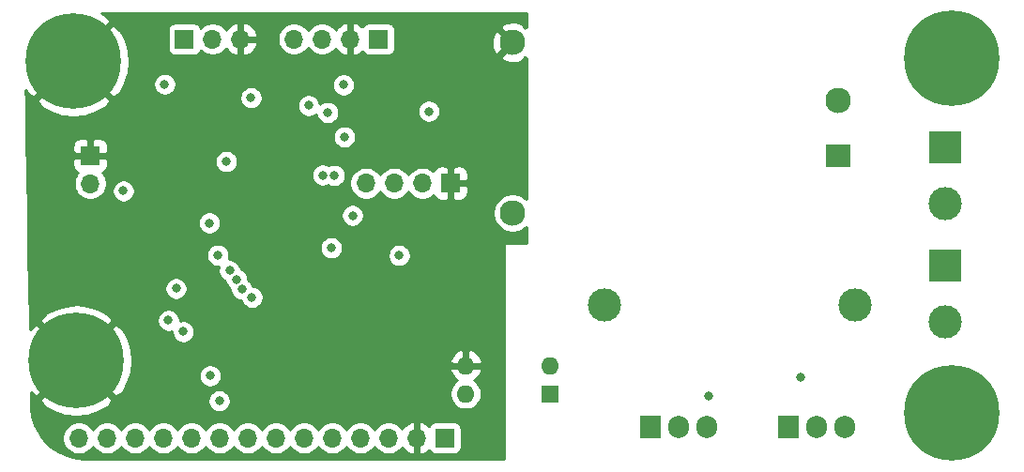
<source format=gbr>
%TF.GenerationSoftware,KiCad,Pcbnew,5.1.9*%
%TF.CreationDate,2021-04-07T12:29:47+02:00*%
%TF.ProjectId,lampa,6c616d70-612e-46b6-9963-61645f706362,rev?*%
%TF.SameCoordinates,Original*%
%TF.FileFunction,Copper,L2,Inr*%
%TF.FilePolarity,Positive*%
%FSLAX46Y46*%
G04 Gerber Fmt 4.6, Leading zero omitted, Abs format (unit mm)*
G04 Created by KiCad (PCBNEW 5.1.9) date 2021-04-07 12:29:47*
%MOMM*%
%LPD*%
G01*
G04 APERTURE LIST*
%TA.AperFunction,ComponentPad*%
%ADD10C,0.900000*%
%TD*%
%TA.AperFunction,ComponentPad*%
%ADD11C,8.600000*%
%TD*%
%TA.AperFunction,ComponentPad*%
%ADD12C,2.300000*%
%TD*%
%TA.AperFunction,ComponentPad*%
%ADD13R,2.300000X2.000000*%
%TD*%
%TA.AperFunction,ComponentPad*%
%ADD14O,1.700000X1.700000*%
%TD*%
%TA.AperFunction,ComponentPad*%
%ADD15R,1.700000X1.700000*%
%TD*%
%TA.AperFunction,ComponentPad*%
%ADD16O,1.600000X1.600000*%
%TD*%
%TA.AperFunction,ComponentPad*%
%ADD17R,1.600000X1.600000*%
%TD*%
%TA.AperFunction,ComponentPad*%
%ADD18O,1.905000X2.000000*%
%TD*%
%TA.AperFunction,ComponentPad*%
%ADD19R,1.905000X2.000000*%
%TD*%
%TA.AperFunction,ComponentPad*%
%ADD20C,3.000000*%
%TD*%
%TA.AperFunction,ComponentPad*%
%ADD21R,3.000000X3.000000*%
%TD*%
%TA.AperFunction,ViaPad*%
%ADD22C,0.800000*%
%TD*%
%TA.AperFunction,Conductor*%
%ADD23C,0.254000*%
%TD*%
%TA.AperFunction,Conductor*%
%ADD24C,0.100000*%
%TD*%
G04 APERTURE END LIST*
D10*
%TO.N,GND*%
%TO.C,H1*%
X191530419Y-65469581D03*
X189250000Y-64525000D03*
X186969581Y-65469581D03*
X186025000Y-67750000D03*
X186969581Y-70030419D03*
X189250000Y-70975000D03*
X191530419Y-70030419D03*
X192475000Y-67750000D03*
D11*
X189250000Y-67750000D03*
%TD*%
D10*
%TO.N,GND*%
%TO.C,H2*%
X191530419Y-97469581D03*
X189250000Y-96525000D03*
X186969581Y-97469581D03*
X186025000Y-99750000D03*
X186969581Y-102030419D03*
X189250000Y-102975000D03*
X191530419Y-102030419D03*
X192475000Y-99750000D03*
D11*
X189250000Y-99750000D03*
%TD*%
D12*
%TO.N,GND*%
%TO.C,PS1*%
X149600000Y-66300000D03*
%TO.N,Net-(J1-Pad1)*%
X179000000Y-71500000D03*
D13*
%TO.N,Net-(F1-Pad2)*%
X179000000Y-76500000D03*
D12*
%TO.N,+12V*%
X149600000Y-81700000D03*
%TD*%
D14*
%TO.N,BME_SDA*%
%TO.C,J5*%
X129880000Y-66000000D03*
%TO.N,BME_SCL*%
X132420000Y-66000000D03*
%TO.N,GND*%
X134960000Y-66000000D03*
D15*
%TO.N,+3V3*%
X137500000Y-66000000D03*
%TD*%
D16*
%TO.N,ZERO_CROSS_DETECT*%
%TO.C,U2*%
X145380000Y-98000000D03*
%TO.N,Net-(R3-Pad2)*%
X153000000Y-95460000D03*
%TO.N,GND*%
X145380000Y-95460000D03*
D17*
%TO.N,Net-(R2-Pad2)*%
X153000000Y-98000000D03*
%TD*%
D14*
%TO.N,GND*%
%TO.C,SW2*%
X125080000Y-66000000D03*
%TO.N,Net-(R11-Pad1)*%
X122540000Y-66000000D03*
D15*
%TO.N,+3V3*%
X120000000Y-66000000D03*
%TD*%
D14*
%TO.N,NRST*%
%TO.C,SW1*%
X111500000Y-79040000D03*
D15*
%TO.N,GND*%
X111500000Y-76500000D03*
%TD*%
D18*
%TO.N,GND*%
%TO.C,Q2*%
X167080000Y-101000000D03*
%TO.N,Net-(J1-Pad1)*%
X164540000Y-101000000D03*
D19*
%TO.N,Net-(Q1-Pad1)*%
X162000000Y-101000000D03*
%TD*%
D18*
%TO.N,GND*%
%TO.C,Q1*%
X179580000Y-101000000D03*
%TO.N,Net-(J2-Pad2)*%
X177040000Y-101000000D03*
D19*
%TO.N,Net-(Q1-Pad1)*%
X174500000Y-101000000D03*
%TD*%
D14*
%TO.N,+3V3*%
%TO.C,J4*%
X136380000Y-79000000D03*
%TO.N,SWDIO*%
X138920000Y-79000000D03*
%TO.N,SWCLK*%
X141460000Y-79000000D03*
D15*
%TO.N,GND*%
X144000000Y-79000000D03*
%TD*%
D14*
%TO.N,TOUCH_IRQ*%
%TO.C,J3*%
X110480000Y-102000000D03*
%TO.N,TOUCH_MISO*%
X113020000Y-102000000D03*
%TO.N,TOUCH_MOSI*%
X115560000Y-102000000D03*
%TO.N,TOUCH_CS*%
X118100000Y-102000000D03*
%TO.N,TOUCH_CLK*%
X120640000Y-102000000D03*
%TO.N,Net-(J3-Pad9)*%
X123180000Y-102000000D03*
%TO.N,Net-(J3-Pad8)*%
X125720000Y-102000000D03*
%TO.N,LCD_CLK*%
X128260000Y-102000000D03*
%TO.N,LCD_MOSI*%
X130800000Y-102000000D03*
%TO.N,LCD_DC*%
X133340000Y-102000000D03*
%TO.N,+3V3*%
X135880000Y-102000000D03*
%TO.N,LCD_CS*%
X138420000Y-102000000D03*
%TO.N,GND*%
X140960000Y-102000000D03*
D15*
%TO.N,+3V3*%
X143500000Y-102000000D03*
%TD*%
D20*
%TO.N,Net-(J2-Pad2)*%
%TO.C,J2*%
X188620000Y-91480000D03*
D21*
%TO.N,Net-(F1-Pad2)*%
X188620000Y-86400000D03*
%TD*%
D20*
%TO.N,Net-(F1-Pad1)*%
%TO.C,J1*%
X188620000Y-80812000D03*
D21*
%TO.N,Net-(J1-Pad1)*%
X188620000Y-75732000D03*
%TD*%
D10*
%TO.N,GND*%
%TO.C,H4*%
X112530419Y-92719581D03*
X110250000Y-91775000D03*
X107969581Y-92719581D03*
X107025000Y-95000000D03*
X107969581Y-97280419D03*
X110250000Y-98225000D03*
X112530419Y-97280419D03*
X113475000Y-95000000D03*
D11*
X110250000Y-95000000D03*
%TD*%
D10*
%TO.N,GND*%
%TO.C,H3*%
X112280419Y-65719581D03*
X110000000Y-64775000D03*
X107719581Y-65719581D03*
X106775000Y-68000000D03*
X107719581Y-70280419D03*
X110000000Y-71225000D03*
X112280419Y-70280419D03*
X113225000Y-68000000D03*
D11*
X110000000Y-68000000D03*
%TD*%
D20*
%TO.N,Net-(F1-Pad2)*%
%TO.C,F1*%
X157900000Y-90000000D03*
%TO.N,Net-(F1-Pad1)*%
X180500000Y-90000000D03*
%TD*%
D22*
%TO.N,GND*%
X127300000Y-84050000D03*
X129050000Y-82650000D03*
X127125000Y-82800000D03*
X125450000Y-82900000D03*
X125475000Y-81400000D03*
X127225000Y-81700000D03*
X129200000Y-81375000D03*
X129150000Y-80175000D03*
X127300000Y-80125000D03*
X125500000Y-80050000D03*
X125375000Y-84125000D03*
X129100000Y-84075000D03*
X145300000Y-73500000D03*
X140725000Y-75975000D03*
X117250000Y-80575000D03*
X115400000Y-77225000D03*
X117775000Y-77025000D03*
X117775000Y-78050000D03*
X124500000Y-74800000D03*
X123000000Y-74800000D03*
X140150000Y-82050000D03*
X133200000Y-86225000D03*
X132675000Y-88000000D03*
X132700000Y-90050000D03*
X117850000Y-87225000D03*
X121575000Y-88525000D03*
X143500000Y-88900000D03*
X145950000Y-89125000D03*
X140960000Y-100165000D03*
X144015000Y-95460000D03*
X167262500Y-98237500D03*
X175600000Y-96500000D03*
X134250000Y-80050000D03*
X126000000Y-91900000D03*
%TO.N,+3V3*%
X139375000Y-85525000D03*
X132925000Y-72625000D03*
X142050000Y-72525000D03*
X134425000Y-74825000D03*
X118225000Y-70075000D03*
X133250000Y-84850000D03*
X119250000Y-88500000D03*
X133525000Y-78300000D03*
X132475000Y-78275000D03*
X123775000Y-77050000D03*
X134350000Y-70125000D03*
X131200000Y-72000000D03*
X126000000Y-71300000D03*
X119900000Y-92400000D03*
%TO.N,NRST*%
X114500000Y-79700000D03*
X122250000Y-82600000D03*
%TO.N,TOUCH_IRQ*%
X118550000Y-91375000D03*
X123025000Y-85500000D03*
%TO.N,TOUCH_MISO*%
X125175000Y-88575000D03*
X122325000Y-96375000D03*
%TO.N,TOUCH_MOSI*%
X126100000Y-89300000D03*
X123150000Y-98650000D03*
%TO.N,TOUCH_CS*%
X124075000Y-86900000D03*
%TO.N,TOUCH_CLK*%
X124725000Y-87675000D03*
%TO.N,LCD_MOSI*%
X135175000Y-81925000D03*
%TD*%
D23*
%TO.N,GND*%
X150873000Y-64906546D02*
X150810896Y-64844442D01*
X150676590Y-64978748D01*
X150563977Y-64678873D01*
X150229189Y-64521959D01*
X149870221Y-64433375D01*
X149500869Y-64416524D01*
X149135325Y-64472055D01*
X148787640Y-64597832D01*
X148636023Y-64678873D01*
X148523409Y-64978750D01*
X149600000Y-66055341D01*
X149614142Y-66041199D01*
X149858801Y-66285858D01*
X149844659Y-66300000D01*
X149858801Y-66314142D01*
X149614142Y-66558801D01*
X149600000Y-66544659D01*
X148523409Y-67621250D01*
X148636023Y-67921127D01*
X148970811Y-68078041D01*
X149329779Y-68166625D01*
X149699131Y-68183476D01*
X150064675Y-68127945D01*
X150412360Y-68002168D01*
X150563977Y-67921127D01*
X150676590Y-67621252D01*
X150810896Y-67755558D01*
X150873000Y-67693454D01*
X150873000Y-80448629D01*
X150737871Y-80313500D01*
X150445515Y-80118153D01*
X150120665Y-79983596D01*
X149775807Y-79915000D01*
X149424193Y-79915000D01*
X149079335Y-79983596D01*
X148754485Y-80118153D01*
X148462129Y-80313500D01*
X148213500Y-80562129D01*
X148018153Y-80854485D01*
X147883596Y-81179335D01*
X147815000Y-81524193D01*
X147815000Y-81875807D01*
X147883596Y-82220665D01*
X148018153Y-82545515D01*
X148213500Y-82837871D01*
X148462129Y-83086500D01*
X148754485Y-83281847D01*
X149079335Y-83416404D01*
X149424193Y-83485000D01*
X149775807Y-83485000D01*
X150120665Y-83416404D01*
X150445515Y-83281847D01*
X150737871Y-83086500D01*
X150873000Y-82951371D01*
X150873000Y-84373000D01*
X149000000Y-84373000D01*
X148975224Y-84375440D01*
X148951399Y-84382667D01*
X148929443Y-84394403D01*
X148910197Y-84410197D01*
X148894403Y-84429443D01*
X148882667Y-84451399D01*
X148875440Y-84475224D01*
X148873000Y-84500000D01*
X148873000Y-103840000D01*
X111027952Y-103840000D01*
X110184909Y-103768467D01*
X109393128Y-103562961D01*
X108647291Y-103226985D01*
X107968722Y-102770146D01*
X107376832Y-102205510D01*
X107115108Y-101853740D01*
X108995000Y-101853740D01*
X108995000Y-102146260D01*
X109052068Y-102433158D01*
X109164010Y-102703411D01*
X109326525Y-102946632D01*
X109533368Y-103153475D01*
X109776589Y-103315990D01*
X110046842Y-103427932D01*
X110333740Y-103485000D01*
X110626260Y-103485000D01*
X110913158Y-103427932D01*
X111183411Y-103315990D01*
X111426632Y-103153475D01*
X111633475Y-102946632D01*
X111750000Y-102772240D01*
X111866525Y-102946632D01*
X112073368Y-103153475D01*
X112316589Y-103315990D01*
X112586842Y-103427932D01*
X112873740Y-103485000D01*
X113166260Y-103485000D01*
X113453158Y-103427932D01*
X113723411Y-103315990D01*
X113966632Y-103153475D01*
X114173475Y-102946632D01*
X114290000Y-102772240D01*
X114406525Y-102946632D01*
X114613368Y-103153475D01*
X114856589Y-103315990D01*
X115126842Y-103427932D01*
X115413740Y-103485000D01*
X115706260Y-103485000D01*
X115993158Y-103427932D01*
X116263411Y-103315990D01*
X116506632Y-103153475D01*
X116713475Y-102946632D01*
X116830000Y-102772240D01*
X116946525Y-102946632D01*
X117153368Y-103153475D01*
X117396589Y-103315990D01*
X117666842Y-103427932D01*
X117953740Y-103485000D01*
X118246260Y-103485000D01*
X118533158Y-103427932D01*
X118803411Y-103315990D01*
X119046632Y-103153475D01*
X119253475Y-102946632D01*
X119370000Y-102772240D01*
X119486525Y-102946632D01*
X119693368Y-103153475D01*
X119936589Y-103315990D01*
X120206842Y-103427932D01*
X120493740Y-103485000D01*
X120786260Y-103485000D01*
X121073158Y-103427932D01*
X121343411Y-103315990D01*
X121586632Y-103153475D01*
X121793475Y-102946632D01*
X121910000Y-102772240D01*
X122026525Y-102946632D01*
X122233368Y-103153475D01*
X122476589Y-103315990D01*
X122746842Y-103427932D01*
X123033740Y-103485000D01*
X123326260Y-103485000D01*
X123613158Y-103427932D01*
X123883411Y-103315990D01*
X124126632Y-103153475D01*
X124333475Y-102946632D01*
X124450000Y-102772240D01*
X124566525Y-102946632D01*
X124773368Y-103153475D01*
X125016589Y-103315990D01*
X125286842Y-103427932D01*
X125573740Y-103485000D01*
X125866260Y-103485000D01*
X126153158Y-103427932D01*
X126423411Y-103315990D01*
X126666632Y-103153475D01*
X126873475Y-102946632D01*
X126990000Y-102772240D01*
X127106525Y-102946632D01*
X127313368Y-103153475D01*
X127556589Y-103315990D01*
X127826842Y-103427932D01*
X128113740Y-103485000D01*
X128406260Y-103485000D01*
X128693158Y-103427932D01*
X128963411Y-103315990D01*
X129206632Y-103153475D01*
X129413475Y-102946632D01*
X129530000Y-102772240D01*
X129646525Y-102946632D01*
X129853368Y-103153475D01*
X130096589Y-103315990D01*
X130366842Y-103427932D01*
X130653740Y-103485000D01*
X130946260Y-103485000D01*
X131233158Y-103427932D01*
X131503411Y-103315990D01*
X131746632Y-103153475D01*
X131953475Y-102946632D01*
X132070000Y-102772240D01*
X132186525Y-102946632D01*
X132393368Y-103153475D01*
X132636589Y-103315990D01*
X132906842Y-103427932D01*
X133193740Y-103485000D01*
X133486260Y-103485000D01*
X133773158Y-103427932D01*
X134043411Y-103315990D01*
X134286632Y-103153475D01*
X134493475Y-102946632D01*
X134610000Y-102772240D01*
X134726525Y-102946632D01*
X134933368Y-103153475D01*
X135176589Y-103315990D01*
X135446842Y-103427932D01*
X135733740Y-103485000D01*
X136026260Y-103485000D01*
X136313158Y-103427932D01*
X136583411Y-103315990D01*
X136826632Y-103153475D01*
X137033475Y-102946632D01*
X137150000Y-102772240D01*
X137266525Y-102946632D01*
X137473368Y-103153475D01*
X137716589Y-103315990D01*
X137986842Y-103427932D01*
X138273740Y-103485000D01*
X138566260Y-103485000D01*
X138853158Y-103427932D01*
X139123411Y-103315990D01*
X139366632Y-103153475D01*
X139573475Y-102946632D01*
X139639355Y-102848035D01*
X139713889Y-102966516D01*
X139926391Y-103191049D01*
X140178614Y-103369810D01*
X140460865Y-103495930D01*
X140543922Y-103521121D01*
X140787000Y-103384483D01*
X140787000Y-102173000D01*
X140767000Y-102173000D01*
X140767000Y-101827000D01*
X140787000Y-101827000D01*
X140787000Y-100615517D01*
X141133000Y-100615517D01*
X141133000Y-101827000D01*
X141153000Y-101827000D01*
X141153000Y-102173000D01*
X141133000Y-102173000D01*
X141133000Y-103384483D01*
X141376078Y-103521121D01*
X141459135Y-103495930D01*
X141741386Y-103369810D01*
X141993609Y-103191049D01*
X142069445Y-103110919D01*
X142119463Y-103204494D01*
X142198815Y-103301185D01*
X142295506Y-103380537D01*
X142405820Y-103439502D01*
X142525518Y-103475812D01*
X142650000Y-103488072D01*
X144350000Y-103488072D01*
X144474482Y-103475812D01*
X144594180Y-103439502D01*
X144704494Y-103380537D01*
X144801185Y-103301185D01*
X144880537Y-103204494D01*
X144939502Y-103094180D01*
X144975812Y-102974482D01*
X144988072Y-102850000D01*
X144988072Y-101150000D01*
X144975812Y-101025518D01*
X144939502Y-100905820D01*
X144880537Y-100795506D01*
X144801185Y-100698815D01*
X144704494Y-100619463D01*
X144594180Y-100560498D01*
X144474482Y-100524188D01*
X144350000Y-100511928D01*
X142650000Y-100511928D01*
X142525518Y-100524188D01*
X142405820Y-100560498D01*
X142295506Y-100619463D01*
X142198815Y-100698815D01*
X142119463Y-100795506D01*
X142069445Y-100889081D01*
X141993609Y-100808951D01*
X141741386Y-100630190D01*
X141459135Y-100504070D01*
X141376078Y-100478879D01*
X141133000Y-100615517D01*
X140787000Y-100615517D01*
X140543922Y-100478879D01*
X140460865Y-100504070D01*
X140178614Y-100630190D01*
X139926391Y-100808951D01*
X139713889Y-101033484D01*
X139639355Y-101151965D01*
X139573475Y-101053368D01*
X139366632Y-100846525D01*
X139123411Y-100684010D01*
X138853158Y-100572068D01*
X138566260Y-100515000D01*
X138273740Y-100515000D01*
X137986842Y-100572068D01*
X137716589Y-100684010D01*
X137473368Y-100846525D01*
X137266525Y-101053368D01*
X137150000Y-101227760D01*
X137033475Y-101053368D01*
X136826632Y-100846525D01*
X136583411Y-100684010D01*
X136313158Y-100572068D01*
X136026260Y-100515000D01*
X135733740Y-100515000D01*
X135446842Y-100572068D01*
X135176589Y-100684010D01*
X134933368Y-100846525D01*
X134726525Y-101053368D01*
X134610000Y-101227760D01*
X134493475Y-101053368D01*
X134286632Y-100846525D01*
X134043411Y-100684010D01*
X133773158Y-100572068D01*
X133486260Y-100515000D01*
X133193740Y-100515000D01*
X132906842Y-100572068D01*
X132636589Y-100684010D01*
X132393368Y-100846525D01*
X132186525Y-101053368D01*
X132070000Y-101227760D01*
X131953475Y-101053368D01*
X131746632Y-100846525D01*
X131503411Y-100684010D01*
X131233158Y-100572068D01*
X130946260Y-100515000D01*
X130653740Y-100515000D01*
X130366842Y-100572068D01*
X130096589Y-100684010D01*
X129853368Y-100846525D01*
X129646525Y-101053368D01*
X129530000Y-101227760D01*
X129413475Y-101053368D01*
X129206632Y-100846525D01*
X128963411Y-100684010D01*
X128693158Y-100572068D01*
X128406260Y-100515000D01*
X128113740Y-100515000D01*
X127826842Y-100572068D01*
X127556589Y-100684010D01*
X127313368Y-100846525D01*
X127106525Y-101053368D01*
X126990000Y-101227760D01*
X126873475Y-101053368D01*
X126666632Y-100846525D01*
X126423411Y-100684010D01*
X126153158Y-100572068D01*
X125866260Y-100515000D01*
X125573740Y-100515000D01*
X125286842Y-100572068D01*
X125016589Y-100684010D01*
X124773368Y-100846525D01*
X124566525Y-101053368D01*
X124450000Y-101227760D01*
X124333475Y-101053368D01*
X124126632Y-100846525D01*
X123883411Y-100684010D01*
X123613158Y-100572068D01*
X123326260Y-100515000D01*
X123033740Y-100515000D01*
X122746842Y-100572068D01*
X122476589Y-100684010D01*
X122233368Y-100846525D01*
X122026525Y-101053368D01*
X121910000Y-101227760D01*
X121793475Y-101053368D01*
X121586632Y-100846525D01*
X121343411Y-100684010D01*
X121073158Y-100572068D01*
X120786260Y-100515000D01*
X120493740Y-100515000D01*
X120206842Y-100572068D01*
X119936589Y-100684010D01*
X119693368Y-100846525D01*
X119486525Y-101053368D01*
X119370000Y-101227760D01*
X119253475Y-101053368D01*
X119046632Y-100846525D01*
X118803411Y-100684010D01*
X118533158Y-100572068D01*
X118246260Y-100515000D01*
X117953740Y-100515000D01*
X117666842Y-100572068D01*
X117396589Y-100684010D01*
X117153368Y-100846525D01*
X116946525Y-101053368D01*
X116830000Y-101227760D01*
X116713475Y-101053368D01*
X116506632Y-100846525D01*
X116263411Y-100684010D01*
X115993158Y-100572068D01*
X115706260Y-100515000D01*
X115413740Y-100515000D01*
X115126842Y-100572068D01*
X114856589Y-100684010D01*
X114613368Y-100846525D01*
X114406525Y-101053368D01*
X114290000Y-101227760D01*
X114173475Y-101053368D01*
X113966632Y-100846525D01*
X113723411Y-100684010D01*
X113453158Y-100572068D01*
X113166260Y-100515000D01*
X112873740Y-100515000D01*
X112586842Y-100572068D01*
X112316589Y-100684010D01*
X112073368Y-100846525D01*
X111866525Y-101053368D01*
X111750000Y-101227760D01*
X111633475Y-101053368D01*
X111426632Y-100846525D01*
X111183411Y-100684010D01*
X110913158Y-100572068D01*
X110626260Y-100515000D01*
X110333740Y-100515000D01*
X110046842Y-100572068D01*
X109776589Y-100684010D01*
X109533368Y-100846525D01*
X109326525Y-101053368D01*
X109164010Y-101296589D01*
X109052068Y-101566842D01*
X108995000Y-101853740D01*
X107115108Y-101853740D01*
X106888535Y-101549216D01*
X106517799Y-100820032D01*
X106275221Y-100038807D01*
X106165081Y-99207805D01*
X106159870Y-98986687D01*
X106152932Y-98563465D01*
X106931194Y-98563465D01*
X107422608Y-99185897D01*
X108293564Y-99657063D01*
X109239704Y-99949260D01*
X110224669Y-100051261D01*
X111210607Y-99959145D01*
X112159631Y-99676451D01*
X113035268Y-99214044D01*
X113077392Y-99185897D01*
X113568806Y-98563465D01*
X113553402Y-98548061D01*
X122115000Y-98548061D01*
X122115000Y-98751939D01*
X122154774Y-98951898D01*
X122232795Y-99140256D01*
X122346063Y-99309774D01*
X122490226Y-99453937D01*
X122659744Y-99567205D01*
X122848102Y-99645226D01*
X123048061Y-99685000D01*
X123251939Y-99685000D01*
X123451898Y-99645226D01*
X123640256Y-99567205D01*
X123809774Y-99453937D01*
X123953937Y-99309774D01*
X124067205Y-99140256D01*
X124145226Y-98951898D01*
X124185000Y-98751939D01*
X124185000Y-98548061D01*
X124145226Y-98348102D01*
X124067205Y-98159744D01*
X123953937Y-97990226D01*
X123809774Y-97846063D01*
X123640256Y-97732795D01*
X123451898Y-97654774D01*
X123251939Y-97615000D01*
X123048061Y-97615000D01*
X122848102Y-97654774D01*
X122659744Y-97732795D01*
X122490226Y-97846063D01*
X122346063Y-97990226D01*
X122232795Y-98159744D01*
X122154774Y-98348102D01*
X122115000Y-98548061D01*
X113553402Y-98548061D01*
X110250000Y-95244659D01*
X106931194Y-98563465D01*
X106152932Y-98563465D01*
X106141871Y-97888791D01*
X106686535Y-98318806D01*
X110005341Y-95000000D01*
X110494659Y-95000000D01*
X113813465Y-98318806D01*
X114435897Y-97827392D01*
X114907063Y-96956436D01*
X115118110Y-96273061D01*
X121290000Y-96273061D01*
X121290000Y-96476939D01*
X121329774Y-96676898D01*
X121407795Y-96865256D01*
X121521063Y-97034774D01*
X121665226Y-97178937D01*
X121834744Y-97292205D01*
X122023102Y-97370226D01*
X122223061Y-97410000D01*
X122426939Y-97410000D01*
X122626898Y-97370226D01*
X122815256Y-97292205D01*
X122984774Y-97178937D01*
X123128937Y-97034774D01*
X123242205Y-96865256D01*
X123320226Y-96676898D01*
X123360000Y-96476939D01*
X123360000Y-96273061D01*
X123320226Y-96073102D01*
X123242205Y-95884744D01*
X123231156Y-95868207D01*
X143908574Y-95868207D01*
X143929759Y-95938071D01*
X144050892Y-96211813D01*
X144223102Y-96456663D01*
X144439771Y-96663212D01*
X144623421Y-96779671D01*
X144465241Y-96885363D01*
X144265363Y-97085241D01*
X144108320Y-97320273D01*
X144000147Y-97581426D01*
X143945000Y-97858665D01*
X143945000Y-98141335D01*
X144000147Y-98418574D01*
X144108320Y-98679727D01*
X144265363Y-98914759D01*
X144465241Y-99114637D01*
X144700273Y-99271680D01*
X144961426Y-99379853D01*
X145238665Y-99435000D01*
X145521335Y-99435000D01*
X145798574Y-99379853D01*
X146059727Y-99271680D01*
X146294759Y-99114637D01*
X146494637Y-98914759D01*
X146651680Y-98679727D01*
X146759853Y-98418574D01*
X146815000Y-98141335D01*
X146815000Y-97858665D01*
X146759853Y-97581426D01*
X146651680Y-97320273D01*
X146494637Y-97085241D01*
X146294759Y-96885363D01*
X146136579Y-96779671D01*
X146320229Y-96663212D01*
X146536898Y-96456663D01*
X146709108Y-96211813D01*
X146830241Y-95938071D01*
X146851426Y-95868207D01*
X146714080Y-95633000D01*
X145553000Y-95633000D01*
X145553000Y-95653000D01*
X145207000Y-95653000D01*
X145207000Y-95633000D01*
X144045920Y-95633000D01*
X143908574Y-95868207D01*
X123231156Y-95868207D01*
X123128937Y-95715226D01*
X122984774Y-95571063D01*
X122815256Y-95457795D01*
X122626898Y-95379774D01*
X122426939Y-95340000D01*
X122223061Y-95340000D01*
X122023102Y-95379774D01*
X121834744Y-95457795D01*
X121665226Y-95571063D01*
X121521063Y-95715226D01*
X121407795Y-95884744D01*
X121329774Y-96073102D01*
X121290000Y-96273061D01*
X115118110Y-96273061D01*
X115199260Y-96010296D01*
X115298520Y-95051793D01*
X143908574Y-95051793D01*
X144045920Y-95287000D01*
X145207000Y-95287000D01*
X145207000Y-94124575D01*
X145553000Y-94124575D01*
X145553000Y-95287000D01*
X146714080Y-95287000D01*
X146851426Y-95051793D01*
X146830241Y-94981929D01*
X146709108Y-94708187D01*
X146536898Y-94463337D01*
X146320229Y-94256788D01*
X146067428Y-94096478D01*
X145788209Y-93988567D01*
X145553000Y-94124575D01*
X145207000Y-94124575D01*
X144971791Y-93988567D01*
X144692572Y-94096478D01*
X144439771Y-94256788D01*
X144223102Y-94463337D01*
X144050892Y-94708187D01*
X143929759Y-94981929D01*
X143908574Y-95051793D01*
X115298520Y-95051793D01*
X115301261Y-95025331D01*
X115209145Y-94039393D01*
X114926451Y-93090369D01*
X114464044Y-92214732D01*
X114435897Y-92172608D01*
X113813465Y-91681194D01*
X110494659Y-95000000D01*
X110005341Y-95000000D01*
X106686535Y-91681194D01*
X106064103Y-92172608D01*
X106048632Y-92201206D01*
X106036097Y-91436535D01*
X106931194Y-91436535D01*
X110250000Y-94755341D01*
X113568806Y-91436535D01*
X113439743Y-91273061D01*
X117515000Y-91273061D01*
X117515000Y-91476939D01*
X117554774Y-91676898D01*
X117632795Y-91865256D01*
X117746063Y-92034774D01*
X117890226Y-92178937D01*
X118059744Y-92292205D01*
X118248102Y-92370226D01*
X118448061Y-92410000D01*
X118651939Y-92410000D01*
X118851898Y-92370226D01*
X118865000Y-92364799D01*
X118865000Y-92501939D01*
X118904774Y-92701898D01*
X118982795Y-92890256D01*
X119096063Y-93059774D01*
X119240226Y-93203937D01*
X119409744Y-93317205D01*
X119598102Y-93395226D01*
X119798061Y-93435000D01*
X120001939Y-93435000D01*
X120201898Y-93395226D01*
X120390256Y-93317205D01*
X120559774Y-93203937D01*
X120703937Y-93059774D01*
X120817205Y-92890256D01*
X120895226Y-92701898D01*
X120935000Y-92501939D01*
X120935000Y-92298061D01*
X120895226Y-92098102D01*
X120817205Y-91909744D01*
X120703937Y-91740226D01*
X120559774Y-91596063D01*
X120390256Y-91482795D01*
X120201898Y-91404774D01*
X120001939Y-91365000D01*
X119798061Y-91365000D01*
X119598102Y-91404774D01*
X119585000Y-91410201D01*
X119585000Y-91273061D01*
X119545226Y-91073102D01*
X119467205Y-90884744D01*
X119353937Y-90715226D01*
X119209774Y-90571063D01*
X119040256Y-90457795D01*
X118851898Y-90379774D01*
X118651939Y-90340000D01*
X118448061Y-90340000D01*
X118248102Y-90379774D01*
X118059744Y-90457795D01*
X117890226Y-90571063D01*
X117746063Y-90715226D01*
X117632795Y-90884744D01*
X117554774Y-91073102D01*
X117515000Y-91273061D01*
X113439743Y-91273061D01*
X113077392Y-90814103D01*
X112206436Y-90342937D01*
X111260296Y-90050740D01*
X110275331Y-89948739D01*
X109289393Y-90040855D01*
X108340369Y-90323549D01*
X107464732Y-90785956D01*
X107422608Y-90814103D01*
X106931194Y-91436535D01*
X106036097Y-91436535D01*
X105986287Y-88398061D01*
X118215000Y-88398061D01*
X118215000Y-88601939D01*
X118254774Y-88801898D01*
X118332795Y-88990256D01*
X118446063Y-89159774D01*
X118590226Y-89303937D01*
X118759744Y-89417205D01*
X118948102Y-89495226D01*
X119148061Y-89535000D01*
X119351939Y-89535000D01*
X119551898Y-89495226D01*
X119740256Y-89417205D01*
X119909774Y-89303937D01*
X120053937Y-89159774D01*
X120167205Y-88990256D01*
X120245226Y-88801898D01*
X120285000Y-88601939D01*
X120285000Y-88398061D01*
X120245226Y-88198102D01*
X120167205Y-88009744D01*
X120053937Y-87840226D01*
X119909774Y-87696063D01*
X119740256Y-87582795D01*
X119551898Y-87504774D01*
X119351939Y-87465000D01*
X119148061Y-87465000D01*
X118948102Y-87504774D01*
X118759744Y-87582795D01*
X118590226Y-87696063D01*
X118446063Y-87840226D01*
X118332795Y-88009744D01*
X118254774Y-88198102D01*
X118215000Y-88398061D01*
X105986287Y-88398061D01*
X105937107Y-85398061D01*
X121990000Y-85398061D01*
X121990000Y-85601939D01*
X122029774Y-85801898D01*
X122107795Y-85990256D01*
X122221063Y-86159774D01*
X122365226Y-86303937D01*
X122534744Y-86417205D01*
X122723102Y-86495226D01*
X122923061Y-86535000D01*
X123105912Y-86535000D01*
X123079774Y-86598102D01*
X123040000Y-86798061D01*
X123040000Y-87001939D01*
X123079774Y-87201898D01*
X123157795Y-87390256D01*
X123271063Y-87559774D01*
X123415226Y-87703937D01*
X123584744Y-87817205D01*
X123708179Y-87868334D01*
X123729774Y-87976898D01*
X123807795Y-88165256D01*
X123921063Y-88334774D01*
X124065226Y-88478937D01*
X124140000Y-88528899D01*
X124140000Y-88676939D01*
X124179774Y-88876898D01*
X124257795Y-89065256D01*
X124371063Y-89234774D01*
X124515226Y-89378937D01*
X124684744Y-89492205D01*
X124873102Y-89570226D01*
X125073061Y-89610000D01*
X125108130Y-89610000D01*
X125182795Y-89790256D01*
X125296063Y-89959774D01*
X125440226Y-90103937D01*
X125609744Y-90217205D01*
X125798102Y-90295226D01*
X125998061Y-90335000D01*
X126201939Y-90335000D01*
X126401898Y-90295226D01*
X126590256Y-90217205D01*
X126759774Y-90103937D01*
X126903937Y-89959774D01*
X127017205Y-89790256D01*
X127095226Y-89601898D01*
X127135000Y-89401939D01*
X127135000Y-89198061D01*
X127095226Y-88998102D01*
X127017205Y-88809744D01*
X126903937Y-88640226D01*
X126759774Y-88496063D01*
X126590256Y-88382795D01*
X126401898Y-88304774D01*
X126201939Y-88265000D01*
X126166870Y-88265000D01*
X126092205Y-88084744D01*
X125978937Y-87915226D01*
X125834774Y-87771063D01*
X125760000Y-87721101D01*
X125760000Y-87573061D01*
X125720226Y-87373102D01*
X125642205Y-87184744D01*
X125528937Y-87015226D01*
X125384774Y-86871063D01*
X125215256Y-86757795D01*
X125091821Y-86706666D01*
X125070226Y-86598102D01*
X124992205Y-86409744D01*
X124878937Y-86240226D01*
X124734774Y-86096063D01*
X124565256Y-85982795D01*
X124376898Y-85904774D01*
X124176939Y-85865000D01*
X123994088Y-85865000D01*
X124020226Y-85801898D01*
X124060000Y-85601939D01*
X124060000Y-85398061D01*
X124020226Y-85198102D01*
X123942205Y-85009744D01*
X123828937Y-84840226D01*
X123736772Y-84748061D01*
X132215000Y-84748061D01*
X132215000Y-84951939D01*
X132254774Y-85151898D01*
X132332795Y-85340256D01*
X132446063Y-85509774D01*
X132590226Y-85653937D01*
X132759744Y-85767205D01*
X132948102Y-85845226D01*
X133148061Y-85885000D01*
X133351939Y-85885000D01*
X133551898Y-85845226D01*
X133740256Y-85767205D01*
X133909774Y-85653937D01*
X134053937Y-85509774D01*
X134111876Y-85423061D01*
X138340000Y-85423061D01*
X138340000Y-85626939D01*
X138379774Y-85826898D01*
X138457795Y-86015256D01*
X138571063Y-86184774D01*
X138715226Y-86328937D01*
X138884744Y-86442205D01*
X139073102Y-86520226D01*
X139273061Y-86560000D01*
X139476939Y-86560000D01*
X139676898Y-86520226D01*
X139865256Y-86442205D01*
X140034774Y-86328937D01*
X140178937Y-86184774D01*
X140292205Y-86015256D01*
X140370226Y-85826898D01*
X140410000Y-85626939D01*
X140410000Y-85423061D01*
X140370226Y-85223102D01*
X140292205Y-85034744D01*
X140178937Y-84865226D01*
X140034774Y-84721063D01*
X139865256Y-84607795D01*
X139676898Y-84529774D01*
X139476939Y-84490000D01*
X139273061Y-84490000D01*
X139073102Y-84529774D01*
X138884744Y-84607795D01*
X138715226Y-84721063D01*
X138571063Y-84865226D01*
X138457795Y-85034744D01*
X138379774Y-85223102D01*
X138340000Y-85423061D01*
X134111876Y-85423061D01*
X134167205Y-85340256D01*
X134245226Y-85151898D01*
X134285000Y-84951939D01*
X134285000Y-84748061D01*
X134245226Y-84548102D01*
X134167205Y-84359744D01*
X134053937Y-84190226D01*
X133909774Y-84046063D01*
X133740256Y-83932795D01*
X133551898Y-83854774D01*
X133351939Y-83815000D01*
X133148061Y-83815000D01*
X132948102Y-83854774D01*
X132759744Y-83932795D01*
X132590226Y-84046063D01*
X132446063Y-84190226D01*
X132332795Y-84359744D01*
X132254774Y-84548102D01*
X132215000Y-84748061D01*
X123736772Y-84748061D01*
X123684774Y-84696063D01*
X123515256Y-84582795D01*
X123326898Y-84504774D01*
X123126939Y-84465000D01*
X122923061Y-84465000D01*
X122723102Y-84504774D01*
X122534744Y-84582795D01*
X122365226Y-84696063D01*
X122221063Y-84840226D01*
X122107795Y-85009744D01*
X122029774Y-85198102D01*
X121990000Y-85398061D01*
X105937107Y-85398061D01*
X105889566Y-82498061D01*
X121215000Y-82498061D01*
X121215000Y-82701939D01*
X121254774Y-82901898D01*
X121332795Y-83090256D01*
X121446063Y-83259774D01*
X121590226Y-83403937D01*
X121759744Y-83517205D01*
X121948102Y-83595226D01*
X122148061Y-83635000D01*
X122351939Y-83635000D01*
X122551898Y-83595226D01*
X122740256Y-83517205D01*
X122909774Y-83403937D01*
X123053937Y-83259774D01*
X123167205Y-83090256D01*
X123245226Y-82901898D01*
X123285000Y-82701939D01*
X123285000Y-82498061D01*
X123245226Y-82298102D01*
X123167205Y-82109744D01*
X123053937Y-81940226D01*
X122936772Y-81823061D01*
X134140000Y-81823061D01*
X134140000Y-82026939D01*
X134179774Y-82226898D01*
X134257795Y-82415256D01*
X134371063Y-82584774D01*
X134515226Y-82728937D01*
X134684744Y-82842205D01*
X134873102Y-82920226D01*
X135073061Y-82960000D01*
X135276939Y-82960000D01*
X135476898Y-82920226D01*
X135665256Y-82842205D01*
X135834774Y-82728937D01*
X135978937Y-82584774D01*
X136092205Y-82415256D01*
X136170226Y-82226898D01*
X136210000Y-82026939D01*
X136210000Y-81823061D01*
X136170226Y-81623102D01*
X136092205Y-81434744D01*
X135978937Y-81265226D01*
X135834774Y-81121063D01*
X135665256Y-81007795D01*
X135476898Y-80929774D01*
X135276939Y-80890000D01*
X135073061Y-80890000D01*
X134873102Y-80929774D01*
X134684744Y-81007795D01*
X134515226Y-81121063D01*
X134371063Y-81265226D01*
X134257795Y-81434744D01*
X134179774Y-81623102D01*
X134140000Y-81823061D01*
X122936772Y-81823061D01*
X122909774Y-81796063D01*
X122740256Y-81682795D01*
X122551898Y-81604774D01*
X122351939Y-81565000D01*
X122148061Y-81565000D01*
X121948102Y-81604774D01*
X121759744Y-81682795D01*
X121590226Y-81796063D01*
X121446063Y-81940226D01*
X121332795Y-82109744D01*
X121254774Y-82298102D01*
X121215000Y-82498061D01*
X105889566Y-82498061D01*
X105805171Y-77350000D01*
X109919482Y-77350000D01*
X109933519Y-77492517D01*
X109975089Y-77629557D01*
X110042596Y-77755854D01*
X110133446Y-77866554D01*
X110244146Y-77957404D01*
X110370443Y-78024911D01*
X110404616Y-78035277D01*
X110346525Y-78093368D01*
X110184010Y-78336589D01*
X110072068Y-78606842D01*
X110015000Y-78893740D01*
X110015000Y-79186260D01*
X110072068Y-79473158D01*
X110184010Y-79743411D01*
X110346525Y-79986632D01*
X110553368Y-80193475D01*
X110796589Y-80355990D01*
X111066842Y-80467932D01*
X111353740Y-80525000D01*
X111646260Y-80525000D01*
X111933158Y-80467932D01*
X112203411Y-80355990D01*
X112446632Y-80193475D01*
X112653475Y-79986632D01*
X112815990Y-79743411D01*
X112876195Y-79598061D01*
X113465000Y-79598061D01*
X113465000Y-79801939D01*
X113504774Y-80001898D01*
X113582795Y-80190256D01*
X113696063Y-80359774D01*
X113840226Y-80503937D01*
X114009744Y-80617205D01*
X114198102Y-80695226D01*
X114398061Y-80735000D01*
X114601939Y-80735000D01*
X114801898Y-80695226D01*
X114990256Y-80617205D01*
X115159774Y-80503937D01*
X115303937Y-80359774D01*
X115417205Y-80190256D01*
X115495226Y-80001898D01*
X115535000Y-79801939D01*
X115535000Y-79598061D01*
X115495226Y-79398102D01*
X115417205Y-79209744D01*
X115303937Y-79040226D01*
X115159774Y-78896063D01*
X114990256Y-78782795D01*
X114801898Y-78704774D01*
X114601939Y-78665000D01*
X114398061Y-78665000D01*
X114198102Y-78704774D01*
X114009744Y-78782795D01*
X113840226Y-78896063D01*
X113696063Y-79040226D01*
X113582795Y-79209744D01*
X113504774Y-79398102D01*
X113465000Y-79598061D01*
X112876195Y-79598061D01*
X112927932Y-79473158D01*
X112985000Y-79186260D01*
X112985000Y-78893740D01*
X112927932Y-78606842D01*
X112815990Y-78336589D01*
X112706725Y-78173061D01*
X131440000Y-78173061D01*
X131440000Y-78376939D01*
X131479774Y-78576898D01*
X131557795Y-78765256D01*
X131671063Y-78934774D01*
X131815226Y-79078937D01*
X131984744Y-79192205D01*
X132173102Y-79270226D01*
X132373061Y-79310000D01*
X132576939Y-79310000D01*
X132776898Y-79270226D01*
X132965256Y-79192205D01*
X132981292Y-79181490D01*
X133034744Y-79217205D01*
X133223102Y-79295226D01*
X133423061Y-79335000D01*
X133626939Y-79335000D01*
X133826898Y-79295226D01*
X134015256Y-79217205D01*
X134184774Y-79103937D01*
X134328937Y-78959774D01*
X134399786Y-78853740D01*
X134895000Y-78853740D01*
X134895000Y-79146260D01*
X134952068Y-79433158D01*
X135064010Y-79703411D01*
X135226525Y-79946632D01*
X135433368Y-80153475D01*
X135676589Y-80315990D01*
X135946842Y-80427932D01*
X136233740Y-80485000D01*
X136526260Y-80485000D01*
X136813158Y-80427932D01*
X137083411Y-80315990D01*
X137326632Y-80153475D01*
X137533475Y-79946632D01*
X137650000Y-79772240D01*
X137766525Y-79946632D01*
X137973368Y-80153475D01*
X138216589Y-80315990D01*
X138486842Y-80427932D01*
X138773740Y-80485000D01*
X139066260Y-80485000D01*
X139353158Y-80427932D01*
X139623411Y-80315990D01*
X139866632Y-80153475D01*
X140073475Y-79946632D01*
X140190000Y-79772240D01*
X140306525Y-79946632D01*
X140513368Y-80153475D01*
X140756589Y-80315990D01*
X141026842Y-80427932D01*
X141313740Y-80485000D01*
X141606260Y-80485000D01*
X141893158Y-80427932D01*
X142163411Y-80315990D01*
X142406632Y-80153475D01*
X142464723Y-80095384D01*
X142475089Y-80129557D01*
X142542596Y-80255854D01*
X142633446Y-80366554D01*
X142744146Y-80457404D01*
X142870443Y-80524911D01*
X143007483Y-80566481D01*
X143150000Y-80580518D01*
X143645250Y-80577000D01*
X143827000Y-80395250D01*
X143827000Y-79173000D01*
X144173000Y-79173000D01*
X144173000Y-80395250D01*
X144354750Y-80577000D01*
X144850000Y-80580518D01*
X144992517Y-80566481D01*
X145129557Y-80524911D01*
X145255854Y-80457404D01*
X145366554Y-80366554D01*
X145457404Y-80255854D01*
X145524911Y-80129557D01*
X145566481Y-79992517D01*
X145580518Y-79850000D01*
X145577000Y-79354750D01*
X145395250Y-79173000D01*
X144173000Y-79173000D01*
X143827000Y-79173000D01*
X143807000Y-79173000D01*
X143807000Y-78827000D01*
X143827000Y-78827000D01*
X143827000Y-77604750D01*
X144173000Y-77604750D01*
X144173000Y-78827000D01*
X145395250Y-78827000D01*
X145577000Y-78645250D01*
X145580518Y-78150000D01*
X145566481Y-78007483D01*
X145524911Y-77870443D01*
X145457404Y-77744146D01*
X145366554Y-77633446D01*
X145255854Y-77542596D01*
X145129557Y-77475089D01*
X144992517Y-77433519D01*
X144850000Y-77419482D01*
X144354750Y-77423000D01*
X144173000Y-77604750D01*
X143827000Y-77604750D01*
X143645250Y-77423000D01*
X143150000Y-77419482D01*
X143007483Y-77433519D01*
X142870443Y-77475089D01*
X142744146Y-77542596D01*
X142633446Y-77633446D01*
X142542596Y-77744146D01*
X142475089Y-77870443D01*
X142464723Y-77904616D01*
X142406632Y-77846525D01*
X142163411Y-77684010D01*
X141893158Y-77572068D01*
X141606260Y-77515000D01*
X141313740Y-77515000D01*
X141026842Y-77572068D01*
X140756589Y-77684010D01*
X140513368Y-77846525D01*
X140306525Y-78053368D01*
X140190000Y-78227760D01*
X140073475Y-78053368D01*
X139866632Y-77846525D01*
X139623411Y-77684010D01*
X139353158Y-77572068D01*
X139066260Y-77515000D01*
X138773740Y-77515000D01*
X138486842Y-77572068D01*
X138216589Y-77684010D01*
X137973368Y-77846525D01*
X137766525Y-78053368D01*
X137650000Y-78227760D01*
X137533475Y-78053368D01*
X137326632Y-77846525D01*
X137083411Y-77684010D01*
X136813158Y-77572068D01*
X136526260Y-77515000D01*
X136233740Y-77515000D01*
X135946842Y-77572068D01*
X135676589Y-77684010D01*
X135433368Y-77846525D01*
X135226525Y-78053368D01*
X135064010Y-78296589D01*
X134952068Y-78566842D01*
X134895000Y-78853740D01*
X134399786Y-78853740D01*
X134442205Y-78790256D01*
X134520226Y-78601898D01*
X134560000Y-78401939D01*
X134560000Y-78198061D01*
X134520226Y-77998102D01*
X134442205Y-77809744D01*
X134328937Y-77640226D01*
X134184774Y-77496063D01*
X134015256Y-77382795D01*
X133826898Y-77304774D01*
X133626939Y-77265000D01*
X133423061Y-77265000D01*
X133223102Y-77304774D01*
X133034744Y-77382795D01*
X133018708Y-77393510D01*
X132965256Y-77357795D01*
X132776898Y-77279774D01*
X132576939Y-77240000D01*
X132373061Y-77240000D01*
X132173102Y-77279774D01*
X131984744Y-77357795D01*
X131815226Y-77471063D01*
X131671063Y-77615226D01*
X131557795Y-77784744D01*
X131479774Y-77973102D01*
X131440000Y-78173061D01*
X112706725Y-78173061D01*
X112653475Y-78093368D01*
X112595384Y-78035277D01*
X112629557Y-78024911D01*
X112755854Y-77957404D01*
X112866554Y-77866554D01*
X112957404Y-77755854D01*
X113024911Y-77629557D01*
X113066481Y-77492517D01*
X113080518Y-77350000D01*
X113077663Y-76948061D01*
X122740000Y-76948061D01*
X122740000Y-77151939D01*
X122779774Y-77351898D01*
X122857795Y-77540256D01*
X122971063Y-77709774D01*
X123115226Y-77853937D01*
X123284744Y-77967205D01*
X123473102Y-78045226D01*
X123673061Y-78085000D01*
X123876939Y-78085000D01*
X124076898Y-78045226D01*
X124265256Y-77967205D01*
X124434774Y-77853937D01*
X124578937Y-77709774D01*
X124692205Y-77540256D01*
X124770226Y-77351898D01*
X124810000Y-77151939D01*
X124810000Y-76948061D01*
X124770226Y-76748102D01*
X124692205Y-76559744D01*
X124578937Y-76390226D01*
X124434774Y-76246063D01*
X124265256Y-76132795D01*
X124076898Y-76054774D01*
X123876939Y-76015000D01*
X123673061Y-76015000D01*
X123473102Y-76054774D01*
X123284744Y-76132795D01*
X123115226Y-76246063D01*
X122971063Y-76390226D01*
X122857795Y-76559744D01*
X122779774Y-76748102D01*
X122740000Y-76948061D01*
X113077663Y-76948061D01*
X113077000Y-76854750D01*
X112895250Y-76673000D01*
X111673000Y-76673000D01*
X111673000Y-76693000D01*
X111327000Y-76693000D01*
X111327000Y-76673000D01*
X110104750Y-76673000D01*
X109923000Y-76854750D01*
X109919482Y-77350000D01*
X105805171Y-77350000D01*
X105777302Y-75650000D01*
X109919482Y-75650000D01*
X109923000Y-76145250D01*
X110104750Y-76327000D01*
X111327000Y-76327000D01*
X111327000Y-75104750D01*
X111673000Y-75104750D01*
X111673000Y-76327000D01*
X112895250Y-76327000D01*
X113077000Y-76145250D01*
X113080518Y-75650000D01*
X113066481Y-75507483D01*
X113024911Y-75370443D01*
X112957404Y-75244146D01*
X112866554Y-75133446D01*
X112755854Y-75042596D01*
X112629557Y-74975089D01*
X112492517Y-74933519D01*
X112350000Y-74919482D01*
X111854750Y-74923000D01*
X111673000Y-75104750D01*
X111327000Y-75104750D01*
X111145250Y-74923000D01*
X110650000Y-74919482D01*
X110507483Y-74933519D01*
X110370443Y-74975089D01*
X110244146Y-75042596D01*
X110133446Y-75133446D01*
X110042596Y-75244146D01*
X109975089Y-75370443D01*
X109933519Y-75507483D01*
X109919482Y-75650000D01*
X105777302Y-75650000D01*
X105762107Y-74723061D01*
X133390000Y-74723061D01*
X133390000Y-74926939D01*
X133429774Y-75126898D01*
X133507795Y-75315256D01*
X133621063Y-75484774D01*
X133765226Y-75628937D01*
X133934744Y-75742205D01*
X134123102Y-75820226D01*
X134323061Y-75860000D01*
X134526939Y-75860000D01*
X134726898Y-75820226D01*
X134915256Y-75742205D01*
X135084774Y-75628937D01*
X135228937Y-75484774D01*
X135342205Y-75315256D01*
X135420226Y-75126898D01*
X135460000Y-74926939D01*
X135460000Y-74723061D01*
X135420226Y-74523102D01*
X135342205Y-74334744D01*
X135228937Y-74165226D01*
X135084774Y-74021063D01*
X134915256Y-73907795D01*
X134726898Y-73829774D01*
X134526939Y-73790000D01*
X134323061Y-73790000D01*
X134123102Y-73829774D01*
X133934744Y-73907795D01*
X133765226Y-74021063D01*
X133621063Y-74165226D01*
X133507795Y-74334744D01*
X133429774Y-74523102D01*
X133390000Y-74723061D01*
X105762107Y-74723061D01*
X105710309Y-71563465D01*
X106681194Y-71563465D01*
X107172608Y-72185897D01*
X108043564Y-72657063D01*
X108989704Y-72949260D01*
X109974669Y-73051261D01*
X110960607Y-72959145D01*
X111909631Y-72676451D01*
X112785268Y-72214044D01*
X112827392Y-72185897D01*
X113318806Y-71563465D01*
X110000000Y-68244659D01*
X106681194Y-71563465D01*
X105710309Y-71563465D01*
X105694719Y-70612497D01*
X105785956Y-70785268D01*
X105814103Y-70827392D01*
X106436535Y-71318806D01*
X109755341Y-68000000D01*
X110244659Y-68000000D01*
X113563465Y-71318806D01*
X113716402Y-71198061D01*
X124965000Y-71198061D01*
X124965000Y-71401939D01*
X125004774Y-71601898D01*
X125082795Y-71790256D01*
X125196063Y-71959774D01*
X125340226Y-72103937D01*
X125509744Y-72217205D01*
X125698102Y-72295226D01*
X125898061Y-72335000D01*
X126101939Y-72335000D01*
X126301898Y-72295226D01*
X126490256Y-72217205D01*
X126659774Y-72103937D01*
X126803937Y-71959774D01*
X126845172Y-71898061D01*
X130165000Y-71898061D01*
X130165000Y-72101939D01*
X130204774Y-72301898D01*
X130282795Y-72490256D01*
X130396063Y-72659774D01*
X130540226Y-72803937D01*
X130709744Y-72917205D01*
X130898102Y-72995226D01*
X131098061Y-73035000D01*
X131301939Y-73035000D01*
X131501898Y-72995226D01*
X131690256Y-72917205D01*
X131859774Y-72803937D01*
X131897760Y-72765951D01*
X131929774Y-72926898D01*
X132007795Y-73115256D01*
X132121063Y-73284774D01*
X132265226Y-73428937D01*
X132434744Y-73542205D01*
X132623102Y-73620226D01*
X132823061Y-73660000D01*
X133026939Y-73660000D01*
X133226898Y-73620226D01*
X133415256Y-73542205D01*
X133584774Y-73428937D01*
X133728937Y-73284774D01*
X133842205Y-73115256D01*
X133920226Y-72926898D01*
X133960000Y-72726939D01*
X133960000Y-72523061D01*
X133940109Y-72423061D01*
X141015000Y-72423061D01*
X141015000Y-72626939D01*
X141054774Y-72826898D01*
X141132795Y-73015256D01*
X141246063Y-73184774D01*
X141390226Y-73328937D01*
X141559744Y-73442205D01*
X141748102Y-73520226D01*
X141948061Y-73560000D01*
X142151939Y-73560000D01*
X142351898Y-73520226D01*
X142540256Y-73442205D01*
X142709774Y-73328937D01*
X142853937Y-73184774D01*
X142967205Y-73015256D01*
X143045226Y-72826898D01*
X143085000Y-72626939D01*
X143085000Y-72423061D01*
X143045226Y-72223102D01*
X142967205Y-72034744D01*
X142853937Y-71865226D01*
X142709774Y-71721063D01*
X142540256Y-71607795D01*
X142351898Y-71529774D01*
X142151939Y-71490000D01*
X141948061Y-71490000D01*
X141748102Y-71529774D01*
X141559744Y-71607795D01*
X141390226Y-71721063D01*
X141246063Y-71865226D01*
X141132795Y-72034744D01*
X141054774Y-72223102D01*
X141015000Y-72423061D01*
X133940109Y-72423061D01*
X133920226Y-72323102D01*
X133842205Y-72134744D01*
X133728937Y-71965226D01*
X133584774Y-71821063D01*
X133415256Y-71707795D01*
X133226898Y-71629774D01*
X133026939Y-71590000D01*
X132823061Y-71590000D01*
X132623102Y-71629774D01*
X132434744Y-71707795D01*
X132265226Y-71821063D01*
X132227240Y-71859049D01*
X132195226Y-71698102D01*
X132117205Y-71509744D01*
X132003937Y-71340226D01*
X131859774Y-71196063D01*
X131690256Y-71082795D01*
X131501898Y-71004774D01*
X131301939Y-70965000D01*
X131098061Y-70965000D01*
X130898102Y-71004774D01*
X130709744Y-71082795D01*
X130540226Y-71196063D01*
X130396063Y-71340226D01*
X130282795Y-71509744D01*
X130204774Y-71698102D01*
X130165000Y-71898061D01*
X126845172Y-71898061D01*
X126917205Y-71790256D01*
X126995226Y-71601898D01*
X127035000Y-71401939D01*
X127035000Y-71198061D01*
X126995226Y-70998102D01*
X126917205Y-70809744D01*
X126803937Y-70640226D01*
X126659774Y-70496063D01*
X126490256Y-70382795D01*
X126301898Y-70304774D01*
X126101939Y-70265000D01*
X125898061Y-70265000D01*
X125698102Y-70304774D01*
X125509744Y-70382795D01*
X125340226Y-70496063D01*
X125196063Y-70640226D01*
X125082795Y-70809744D01*
X125004774Y-70998102D01*
X124965000Y-71198061D01*
X113716402Y-71198061D01*
X114185897Y-70827392D01*
X114648069Y-69973061D01*
X117190000Y-69973061D01*
X117190000Y-70176939D01*
X117229774Y-70376898D01*
X117307795Y-70565256D01*
X117421063Y-70734774D01*
X117565226Y-70878937D01*
X117734744Y-70992205D01*
X117923102Y-71070226D01*
X118123061Y-71110000D01*
X118326939Y-71110000D01*
X118526898Y-71070226D01*
X118715256Y-70992205D01*
X118884774Y-70878937D01*
X119028937Y-70734774D01*
X119142205Y-70565256D01*
X119220226Y-70376898D01*
X119260000Y-70176939D01*
X119260000Y-70023061D01*
X133315000Y-70023061D01*
X133315000Y-70226939D01*
X133354774Y-70426898D01*
X133432795Y-70615256D01*
X133546063Y-70784774D01*
X133690226Y-70928937D01*
X133859744Y-71042205D01*
X134048102Y-71120226D01*
X134248061Y-71160000D01*
X134451939Y-71160000D01*
X134651898Y-71120226D01*
X134840256Y-71042205D01*
X135009774Y-70928937D01*
X135153937Y-70784774D01*
X135267205Y-70615256D01*
X135345226Y-70426898D01*
X135385000Y-70226939D01*
X135385000Y-70023061D01*
X135345226Y-69823102D01*
X135267205Y-69634744D01*
X135153937Y-69465226D01*
X135009774Y-69321063D01*
X134840256Y-69207795D01*
X134651898Y-69129774D01*
X134451939Y-69090000D01*
X134248061Y-69090000D01*
X134048102Y-69129774D01*
X133859744Y-69207795D01*
X133690226Y-69321063D01*
X133546063Y-69465226D01*
X133432795Y-69634744D01*
X133354774Y-69823102D01*
X133315000Y-70023061D01*
X119260000Y-70023061D01*
X119260000Y-69973061D01*
X119220226Y-69773102D01*
X119142205Y-69584744D01*
X119028937Y-69415226D01*
X118884774Y-69271063D01*
X118715256Y-69157795D01*
X118526898Y-69079774D01*
X118326939Y-69040000D01*
X118123061Y-69040000D01*
X117923102Y-69079774D01*
X117734744Y-69157795D01*
X117565226Y-69271063D01*
X117421063Y-69415226D01*
X117307795Y-69584744D01*
X117229774Y-69773102D01*
X117190000Y-69973061D01*
X114648069Y-69973061D01*
X114657063Y-69956436D01*
X114949260Y-69010296D01*
X115051261Y-68025331D01*
X114959145Y-67039393D01*
X114676451Y-66090369D01*
X114214044Y-65214732D01*
X114185897Y-65172608D01*
X114157262Y-65150000D01*
X118511928Y-65150000D01*
X118511928Y-66850000D01*
X118524188Y-66974482D01*
X118560498Y-67094180D01*
X118619463Y-67204494D01*
X118698815Y-67301185D01*
X118795506Y-67380537D01*
X118905820Y-67439502D01*
X119025518Y-67475812D01*
X119150000Y-67488072D01*
X120850000Y-67488072D01*
X120974482Y-67475812D01*
X121094180Y-67439502D01*
X121204494Y-67380537D01*
X121301185Y-67301185D01*
X121380537Y-67204494D01*
X121439502Y-67094180D01*
X121461513Y-67021620D01*
X121593368Y-67153475D01*
X121836589Y-67315990D01*
X122106842Y-67427932D01*
X122393740Y-67485000D01*
X122686260Y-67485000D01*
X122973158Y-67427932D01*
X123243411Y-67315990D01*
X123486632Y-67153475D01*
X123693475Y-66946632D01*
X123759355Y-66848035D01*
X123833889Y-66966516D01*
X124046391Y-67191049D01*
X124298614Y-67369810D01*
X124580865Y-67495930D01*
X124663922Y-67521121D01*
X124907000Y-67384483D01*
X124907000Y-66173000D01*
X125253000Y-66173000D01*
X125253000Y-67384483D01*
X125496078Y-67521121D01*
X125579135Y-67495930D01*
X125861386Y-67369810D01*
X126113609Y-67191049D01*
X126326111Y-66966516D01*
X126490725Y-66704841D01*
X126601126Y-66416079D01*
X126465738Y-66173000D01*
X125253000Y-66173000D01*
X124907000Y-66173000D01*
X124887000Y-66173000D01*
X124887000Y-65853740D01*
X128395000Y-65853740D01*
X128395000Y-66146260D01*
X128452068Y-66433158D01*
X128564010Y-66703411D01*
X128726525Y-66946632D01*
X128933368Y-67153475D01*
X129176589Y-67315990D01*
X129446842Y-67427932D01*
X129733740Y-67485000D01*
X130026260Y-67485000D01*
X130313158Y-67427932D01*
X130583411Y-67315990D01*
X130826632Y-67153475D01*
X131033475Y-66946632D01*
X131150000Y-66772240D01*
X131266525Y-66946632D01*
X131473368Y-67153475D01*
X131716589Y-67315990D01*
X131986842Y-67427932D01*
X132273740Y-67485000D01*
X132566260Y-67485000D01*
X132853158Y-67427932D01*
X133123411Y-67315990D01*
X133366632Y-67153475D01*
X133573475Y-66946632D01*
X133639355Y-66848035D01*
X133713889Y-66966516D01*
X133926391Y-67191049D01*
X134178614Y-67369810D01*
X134460865Y-67495930D01*
X134543922Y-67521121D01*
X134787000Y-67384483D01*
X134787000Y-66173000D01*
X134767000Y-66173000D01*
X134767000Y-65827000D01*
X134787000Y-65827000D01*
X134787000Y-64615517D01*
X135133000Y-64615517D01*
X135133000Y-65827000D01*
X135153000Y-65827000D01*
X135153000Y-66173000D01*
X135133000Y-66173000D01*
X135133000Y-67384483D01*
X135376078Y-67521121D01*
X135459135Y-67495930D01*
X135741386Y-67369810D01*
X135993609Y-67191049D01*
X136069445Y-67110919D01*
X136119463Y-67204494D01*
X136198815Y-67301185D01*
X136295506Y-67380537D01*
X136405820Y-67439502D01*
X136525518Y-67475812D01*
X136650000Y-67488072D01*
X138350000Y-67488072D01*
X138474482Y-67475812D01*
X138594180Y-67439502D01*
X138704494Y-67380537D01*
X138801185Y-67301185D01*
X138880537Y-67204494D01*
X138939502Y-67094180D01*
X138975812Y-66974482D01*
X138988072Y-66850000D01*
X138988072Y-66399131D01*
X147716524Y-66399131D01*
X147772055Y-66764675D01*
X147897832Y-67112360D01*
X147978873Y-67263977D01*
X148278750Y-67376591D01*
X149355341Y-66300000D01*
X148278750Y-65223409D01*
X147978873Y-65336023D01*
X147821959Y-65670811D01*
X147733375Y-66029779D01*
X147716524Y-66399131D01*
X138988072Y-66399131D01*
X138988072Y-65150000D01*
X138975812Y-65025518D01*
X138939502Y-64905820D01*
X138880537Y-64795506D01*
X138801185Y-64698815D01*
X138704494Y-64619463D01*
X138594180Y-64560498D01*
X138474482Y-64524188D01*
X138350000Y-64511928D01*
X136650000Y-64511928D01*
X136525518Y-64524188D01*
X136405820Y-64560498D01*
X136295506Y-64619463D01*
X136198815Y-64698815D01*
X136119463Y-64795506D01*
X136069445Y-64889081D01*
X135993609Y-64808951D01*
X135741386Y-64630190D01*
X135459135Y-64504070D01*
X135376078Y-64478879D01*
X135133000Y-64615517D01*
X134787000Y-64615517D01*
X134543922Y-64478879D01*
X134460865Y-64504070D01*
X134178614Y-64630190D01*
X133926391Y-64808951D01*
X133713889Y-65033484D01*
X133639355Y-65151965D01*
X133573475Y-65053368D01*
X133366632Y-64846525D01*
X133123411Y-64684010D01*
X132853158Y-64572068D01*
X132566260Y-64515000D01*
X132273740Y-64515000D01*
X131986842Y-64572068D01*
X131716589Y-64684010D01*
X131473368Y-64846525D01*
X131266525Y-65053368D01*
X131150000Y-65227760D01*
X131033475Y-65053368D01*
X130826632Y-64846525D01*
X130583411Y-64684010D01*
X130313158Y-64572068D01*
X130026260Y-64515000D01*
X129733740Y-64515000D01*
X129446842Y-64572068D01*
X129176589Y-64684010D01*
X128933368Y-64846525D01*
X128726525Y-65053368D01*
X128564010Y-65296589D01*
X128452068Y-65566842D01*
X128395000Y-65853740D01*
X124887000Y-65853740D01*
X124887000Y-65827000D01*
X124907000Y-65827000D01*
X124907000Y-64615517D01*
X125253000Y-64615517D01*
X125253000Y-65827000D01*
X126465738Y-65827000D01*
X126601126Y-65583921D01*
X126490725Y-65295159D01*
X126326111Y-65033484D01*
X126113609Y-64808951D01*
X125861386Y-64630190D01*
X125579135Y-64504070D01*
X125496078Y-64478879D01*
X125253000Y-64615517D01*
X124907000Y-64615517D01*
X124663922Y-64478879D01*
X124580865Y-64504070D01*
X124298614Y-64630190D01*
X124046391Y-64808951D01*
X123833889Y-65033484D01*
X123759355Y-65151965D01*
X123693475Y-65053368D01*
X123486632Y-64846525D01*
X123243411Y-64684010D01*
X122973158Y-64572068D01*
X122686260Y-64515000D01*
X122393740Y-64515000D01*
X122106842Y-64572068D01*
X121836589Y-64684010D01*
X121593368Y-64846525D01*
X121461513Y-64978380D01*
X121439502Y-64905820D01*
X121380537Y-64795506D01*
X121301185Y-64698815D01*
X121204494Y-64619463D01*
X121094180Y-64560498D01*
X120974482Y-64524188D01*
X120850000Y-64511928D01*
X119150000Y-64511928D01*
X119025518Y-64524188D01*
X118905820Y-64560498D01*
X118795506Y-64619463D01*
X118698815Y-64698815D01*
X118619463Y-64795506D01*
X118560498Y-64905820D01*
X118524188Y-65025518D01*
X118511928Y-65150000D01*
X114157262Y-65150000D01*
X113563465Y-64681194D01*
X110244659Y-68000000D01*
X109755341Y-68000000D01*
X109741199Y-67985858D01*
X109985858Y-67741199D01*
X110000000Y-67755341D01*
X113318806Y-64436535D01*
X112827392Y-63814103D01*
X112542531Y-63660000D01*
X150873000Y-63660000D01*
X150873000Y-64906546D01*
%TA.AperFunction,Conductor*%
D24*
G36*
X150873000Y-64906546D02*
G01*
X150810896Y-64844442D01*
X150676590Y-64978748D01*
X150563977Y-64678873D01*
X150229189Y-64521959D01*
X149870221Y-64433375D01*
X149500869Y-64416524D01*
X149135325Y-64472055D01*
X148787640Y-64597832D01*
X148636023Y-64678873D01*
X148523409Y-64978750D01*
X149600000Y-66055341D01*
X149614142Y-66041199D01*
X149858801Y-66285858D01*
X149844659Y-66300000D01*
X149858801Y-66314142D01*
X149614142Y-66558801D01*
X149600000Y-66544659D01*
X148523409Y-67621250D01*
X148636023Y-67921127D01*
X148970811Y-68078041D01*
X149329779Y-68166625D01*
X149699131Y-68183476D01*
X150064675Y-68127945D01*
X150412360Y-68002168D01*
X150563977Y-67921127D01*
X150676590Y-67621252D01*
X150810896Y-67755558D01*
X150873000Y-67693454D01*
X150873000Y-80448629D01*
X150737871Y-80313500D01*
X150445515Y-80118153D01*
X150120665Y-79983596D01*
X149775807Y-79915000D01*
X149424193Y-79915000D01*
X149079335Y-79983596D01*
X148754485Y-80118153D01*
X148462129Y-80313500D01*
X148213500Y-80562129D01*
X148018153Y-80854485D01*
X147883596Y-81179335D01*
X147815000Y-81524193D01*
X147815000Y-81875807D01*
X147883596Y-82220665D01*
X148018153Y-82545515D01*
X148213500Y-82837871D01*
X148462129Y-83086500D01*
X148754485Y-83281847D01*
X149079335Y-83416404D01*
X149424193Y-83485000D01*
X149775807Y-83485000D01*
X150120665Y-83416404D01*
X150445515Y-83281847D01*
X150737871Y-83086500D01*
X150873000Y-82951371D01*
X150873000Y-84373000D01*
X149000000Y-84373000D01*
X148975224Y-84375440D01*
X148951399Y-84382667D01*
X148929443Y-84394403D01*
X148910197Y-84410197D01*
X148894403Y-84429443D01*
X148882667Y-84451399D01*
X148875440Y-84475224D01*
X148873000Y-84500000D01*
X148873000Y-103840000D01*
X111027952Y-103840000D01*
X110184909Y-103768467D01*
X109393128Y-103562961D01*
X108647291Y-103226985D01*
X107968722Y-102770146D01*
X107376832Y-102205510D01*
X107115108Y-101853740D01*
X108995000Y-101853740D01*
X108995000Y-102146260D01*
X109052068Y-102433158D01*
X109164010Y-102703411D01*
X109326525Y-102946632D01*
X109533368Y-103153475D01*
X109776589Y-103315990D01*
X110046842Y-103427932D01*
X110333740Y-103485000D01*
X110626260Y-103485000D01*
X110913158Y-103427932D01*
X111183411Y-103315990D01*
X111426632Y-103153475D01*
X111633475Y-102946632D01*
X111750000Y-102772240D01*
X111866525Y-102946632D01*
X112073368Y-103153475D01*
X112316589Y-103315990D01*
X112586842Y-103427932D01*
X112873740Y-103485000D01*
X113166260Y-103485000D01*
X113453158Y-103427932D01*
X113723411Y-103315990D01*
X113966632Y-103153475D01*
X114173475Y-102946632D01*
X114290000Y-102772240D01*
X114406525Y-102946632D01*
X114613368Y-103153475D01*
X114856589Y-103315990D01*
X115126842Y-103427932D01*
X115413740Y-103485000D01*
X115706260Y-103485000D01*
X115993158Y-103427932D01*
X116263411Y-103315990D01*
X116506632Y-103153475D01*
X116713475Y-102946632D01*
X116830000Y-102772240D01*
X116946525Y-102946632D01*
X117153368Y-103153475D01*
X117396589Y-103315990D01*
X117666842Y-103427932D01*
X117953740Y-103485000D01*
X118246260Y-103485000D01*
X118533158Y-103427932D01*
X118803411Y-103315990D01*
X119046632Y-103153475D01*
X119253475Y-102946632D01*
X119370000Y-102772240D01*
X119486525Y-102946632D01*
X119693368Y-103153475D01*
X119936589Y-103315990D01*
X120206842Y-103427932D01*
X120493740Y-103485000D01*
X120786260Y-103485000D01*
X121073158Y-103427932D01*
X121343411Y-103315990D01*
X121586632Y-103153475D01*
X121793475Y-102946632D01*
X121910000Y-102772240D01*
X122026525Y-102946632D01*
X122233368Y-103153475D01*
X122476589Y-103315990D01*
X122746842Y-103427932D01*
X123033740Y-103485000D01*
X123326260Y-103485000D01*
X123613158Y-103427932D01*
X123883411Y-103315990D01*
X124126632Y-103153475D01*
X124333475Y-102946632D01*
X124450000Y-102772240D01*
X124566525Y-102946632D01*
X124773368Y-103153475D01*
X125016589Y-103315990D01*
X125286842Y-103427932D01*
X125573740Y-103485000D01*
X125866260Y-103485000D01*
X126153158Y-103427932D01*
X126423411Y-103315990D01*
X126666632Y-103153475D01*
X126873475Y-102946632D01*
X126990000Y-102772240D01*
X127106525Y-102946632D01*
X127313368Y-103153475D01*
X127556589Y-103315990D01*
X127826842Y-103427932D01*
X128113740Y-103485000D01*
X128406260Y-103485000D01*
X128693158Y-103427932D01*
X128963411Y-103315990D01*
X129206632Y-103153475D01*
X129413475Y-102946632D01*
X129530000Y-102772240D01*
X129646525Y-102946632D01*
X129853368Y-103153475D01*
X130096589Y-103315990D01*
X130366842Y-103427932D01*
X130653740Y-103485000D01*
X130946260Y-103485000D01*
X131233158Y-103427932D01*
X131503411Y-103315990D01*
X131746632Y-103153475D01*
X131953475Y-102946632D01*
X132070000Y-102772240D01*
X132186525Y-102946632D01*
X132393368Y-103153475D01*
X132636589Y-103315990D01*
X132906842Y-103427932D01*
X133193740Y-103485000D01*
X133486260Y-103485000D01*
X133773158Y-103427932D01*
X134043411Y-103315990D01*
X134286632Y-103153475D01*
X134493475Y-102946632D01*
X134610000Y-102772240D01*
X134726525Y-102946632D01*
X134933368Y-103153475D01*
X135176589Y-103315990D01*
X135446842Y-103427932D01*
X135733740Y-103485000D01*
X136026260Y-103485000D01*
X136313158Y-103427932D01*
X136583411Y-103315990D01*
X136826632Y-103153475D01*
X137033475Y-102946632D01*
X137150000Y-102772240D01*
X137266525Y-102946632D01*
X137473368Y-103153475D01*
X137716589Y-103315990D01*
X137986842Y-103427932D01*
X138273740Y-103485000D01*
X138566260Y-103485000D01*
X138853158Y-103427932D01*
X139123411Y-103315990D01*
X139366632Y-103153475D01*
X139573475Y-102946632D01*
X139639355Y-102848035D01*
X139713889Y-102966516D01*
X139926391Y-103191049D01*
X140178614Y-103369810D01*
X140460865Y-103495930D01*
X140543922Y-103521121D01*
X140787000Y-103384483D01*
X140787000Y-102173000D01*
X140767000Y-102173000D01*
X140767000Y-101827000D01*
X140787000Y-101827000D01*
X140787000Y-100615517D01*
X141133000Y-100615517D01*
X141133000Y-101827000D01*
X141153000Y-101827000D01*
X141153000Y-102173000D01*
X141133000Y-102173000D01*
X141133000Y-103384483D01*
X141376078Y-103521121D01*
X141459135Y-103495930D01*
X141741386Y-103369810D01*
X141993609Y-103191049D01*
X142069445Y-103110919D01*
X142119463Y-103204494D01*
X142198815Y-103301185D01*
X142295506Y-103380537D01*
X142405820Y-103439502D01*
X142525518Y-103475812D01*
X142650000Y-103488072D01*
X144350000Y-103488072D01*
X144474482Y-103475812D01*
X144594180Y-103439502D01*
X144704494Y-103380537D01*
X144801185Y-103301185D01*
X144880537Y-103204494D01*
X144939502Y-103094180D01*
X144975812Y-102974482D01*
X144988072Y-102850000D01*
X144988072Y-101150000D01*
X144975812Y-101025518D01*
X144939502Y-100905820D01*
X144880537Y-100795506D01*
X144801185Y-100698815D01*
X144704494Y-100619463D01*
X144594180Y-100560498D01*
X144474482Y-100524188D01*
X144350000Y-100511928D01*
X142650000Y-100511928D01*
X142525518Y-100524188D01*
X142405820Y-100560498D01*
X142295506Y-100619463D01*
X142198815Y-100698815D01*
X142119463Y-100795506D01*
X142069445Y-100889081D01*
X141993609Y-100808951D01*
X141741386Y-100630190D01*
X141459135Y-100504070D01*
X141376078Y-100478879D01*
X141133000Y-100615517D01*
X140787000Y-100615517D01*
X140543922Y-100478879D01*
X140460865Y-100504070D01*
X140178614Y-100630190D01*
X139926391Y-100808951D01*
X139713889Y-101033484D01*
X139639355Y-101151965D01*
X139573475Y-101053368D01*
X139366632Y-100846525D01*
X139123411Y-100684010D01*
X138853158Y-100572068D01*
X138566260Y-100515000D01*
X138273740Y-100515000D01*
X137986842Y-100572068D01*
X137716589Y-100684010D01*
X137473368Y-100846525D01*
X137266525Y-101053368D01*
X137150000Y-101227760D01*
X137033475Y-101053368D01*
X136826632Y-100846525D01*
X136583411Y-100684010D01*
X136313158Y-100572068D01*
X136026260Y-100515000D01*
X135733740Y-100515000D01*
X135446842Y-100572068D01*
X135176589Y-100684010D01*
X134933368Y-100846525D01*
X134726525Y-101053368D01*
X134610000Y-101227760D01*
X134493475Y-101053368D01*
X134286632Y-100846525D01*
X134043411Y-100684010D01*
X133773158Y-100572068D01*
X133486260Y-100515000D01*
X133193740Y-100515000D01*
X132906842Y-100572068D01*
X132636589Y-100684010D01*
X132393368Y-100846525D01*
X132186525Y-101053368D01*
X132070000Y-101227760D01*
X131953475Y-101053368D01*
X131746632Y-100846525D01*
X131503411Y-100684010D01*
X131233158Y-100572068D01*
X130946260Y-100515000D01*
X130653740Y-100515000D01*
X130366842Y-100572068D01*
X130096589Y-100684010D01*
X129853368Y-100846525D01*
X129646525Y-101053368D01*
X129530000Y-101227760D01*
X129413475Y-101053368D01*
X129206632Y-100846525D01*
X128963411Y-100684010D01*
X128693158Y-100572068D01*
X128406260Y-100515000D01*
X128113740Y-100515000D01*
X127826842Y-100572068D01*
X127556589Y-100684010D01*
X127313368Y-100846525D01*
X127106525Y-101053368D01*
X126990000Y-101227760D01*
X126873475Y-101053368D01*
X126666632Y-100846525D01*
X126423411Y-100684010D01*
X126153158Y-100572068D01*
X125866260Y-100515000D01*
X125573740Y-100515000D01*
X125286842Y-100572068D01*
X125016589Y-100684010D01*
X124773368Y-100846525D01*
X124566525Y-101053368D01*
X124450000Y-101227760D01*
X124333475Y-101053368D01*
X124126632Y-100846525D01*
X123883411Y-100684010D01*
X123613158Y-100572068D01*
X123326260Y-100515000D01*
X123033740Y-100515000D01*
X122746842Y-100572068D01*
X122476589Y-100684010D01*
X122233368Y-100846525D01*
X122026525Y-101053368D01*
X121910000Y-101227760D01*
X121793475Y-101053368D01*
X121586632Y-100846525D01*
X121343411Y-100684010D01*
X121073158Y-100572068D01*
X120786260Y-100515000D01*
X120493740Y-100515000D01*
X120206842Y-100572068D01*
X119936589Y-100684010D01*
X119693368Y-100846525D01*
X119486525Y-101053368D01*
X119370000Y-101227760D01*
X119253475Y-101053368D01*
X119046632Y-100846525D01*
X118803411Y-100684010D01*
X118533158Y-100572068D01*
X118246260Y-100515000D01*
X117953740Y-100515000D01*
X117666842Y-100572068D01*
X117396589Y-100684010D01*
X117153368Y-100846525D01*
X116946525Y-101053368D01*
X116830000Y-101227760D01*
X116713475Y-101053368D01*
X116506632Y-100846525D01*
X116263411Y-100684010D01*
X115993158Y-100572068D01*
X115706260Y-100515000D01*
X115413740Y-100515000D01*
X115126842Y-100572068D01*
X114856589Y-100684010D01*
X114613368Y-100846525D01*
X114406525Y-101053368D01*
X114290000Y-101227760D01*
X114173475Y-101053368D01*
X113966632Y-100846525D01*
X113723411Y-100684010D01*
X113453158Y-100572068D01*
X113166260Y-100515000D01*
X112873740Y-100515000D01*
X112586842Y-100572068D01*
X112316589Y-100684010D01*
X112073368Y-100846525D01*
X111866525Y-101053368D01*
X111750000Y-101227760D01*
X111633475Y-101053368D01*
X111426632Y-100846525D01*
X111183411Y-100684010D01*
X110913158Y-100572068D01*
X110626260Y-100515000D01*
X110333740Y-100515000D01*
X110046842Y-100572068D01*
X109776589Y-100684010D01*
X109533368Y-100846525D01*
X109326525Y-101053368D01*
X109164010Y-101296589D01*
X109052068Y-101566842D01*
X108995000Y-101853740D01*
X107115108Y-101853740D01*
X106888535Y-101549216D01*
X106517799Y-100820032D01*
X106275221Y-100038807D01*
X106165081Y-99207805D01*
X106159870Y-98986687D01*
X106152932Y-98563465D01*
X106931194Y-98563465D01*
X107422608Y-99185897D01*
X108293564Y-99657063D01*
X109239704Y-99949260D01*
X110224669Y-100051261D01*
X111210607Y-99959145D01*
X112159631Y-99676451D01*
X113035268Y-99214044D01*
X113077392Y-99185897D01*
X113568806Y-98563465D01*
X113553402Y-98548061D01*
X122115000Y-98548061D01*
X122115000Y-98751939D01*
X122154774Y-98951898D01*
X122232795Y-99140256D01*
X122346063Y-99309774D01*
X122490226Y-99453937D01*
X122659744Y-99567205D01*
X122848102Y-99645226D01*
X123048061Y-99685000D01*
X123251939Y-99685000D01*
X123451898Y-99645226D01*
X123640256Y-99567205D01*
X123809774Y-99453937D01*
X123953937Y-99309774D01*
X124067205Y-99140256D01*
X124145226Y-98951898D01*
X124185000Y-98751939D01*
X124185000Y-98548061D01*
X124145226Y-98348102D01*
X124067205Y-98159744D01*
X123953937Y-97990226D01*
X123809774Y-97846063D01*
X123640256Y-97732795D01*
X123451898Y-97654774D01*
X123251939Y-97615000D01*
X123048061Y-97615000D01*
X122848102Y-97654774D01*
X122659744Y-97732795D01*
X122490226Y-97846063D01*
X122346063Y-97990226D01*
X122232795Y-98159744D01*
X122154774Y-98348102D01*
X122115000Y-98548061D01*
X113553402Y-98548061D01*
X110250000Y-95244659D01*
X106931194Y-98563465D01*
X106152932Y-98563465D01*
X106141871Y-97888791D01*
X106686535Y-98318806D01*
X110005341Y-95000000D01*
X110494659Y-95000000D01*
X113813465Y-98318806D01*
X114435897Y-97827392D01*
X114907063Y-96956436D01*
X115118110Y-96273061D01*
X121290000Y-96273061D01*
X121290000Y-96476939D01*
X121329774Y-96676898D01*
X121407795Y-96865256D01*
X121521063Y-97034774D01*
X121665226Y-97178937D01*
X121834744Y-97292205D01*
X122023102Y-97370226D01*
X122223061Y-97410000D01*
X122426939Y-97410000D01*
X122626898Y-97370226D01*
X122815256Y-97292205D01*
X122984774Y-97178937D01*
X123128937Y-97034774D01*
X123242205Y-96865256D01*
X123320226Y-96676898D01*
X123360000Y-96476939D01*
X123360000Y-96273061D01*
X123320226Y-96073102D01*
X123242205Y-95884744D01*
X123231156Y-95868207D01*
X143908574Y-95868207D01*
X143929759Y-95938071D01*
X144050892Y-96211813D01*
X144223102Y-96456663D01*
X144439771Y-96663212D01*
X144623421Y-96779671D01*
X144465241Y-96885363D01*
X144265363Y-97085241D01*
X144108320Y-97320273D01*
X144000147Y-97581426D01*
X143945000Y-97858665D01*
X143945000Y-98141335D01*
X144000147Y-98418574D01*
X144108320Y-98679727D01*
X144265363Y-98914759D01*
X144465241Y-99114637D01*
X144700273Y-99271680D01*
X144961426Y-99379853D01*
X145238665Y-99435000D01*
X145521335Y-99435000D01*
X145798574Y-99379853D01*
X146059727Y-99271680D01*
X146294759Y-99114637D01*
X146494637Y-98914759D01*
X146651680Y-98679727D01*
X146759853Y-98418574D01*
X146815000Y-98141335D01*
X146815000Y-97858665D01*
X146759853Y-97581426D01*
X146651680Y-97320273D01*
X146494637Y-97085241D01*
X146294759Y-96885363D01*
X146136579Y-96779671D01*
X146320229Y-96663212D01*
X146536898Y-96456663D01*
X146709108Y-96211813D01*
X146830241Y-95938071D01*
X146851426Y-95868207D01*
X146714080Y-95633000D01*
X145553000Y-95633000D01*
X145553000Y-95653000D01*
X145207000Y-95653000D01*
X145207000Y-95633000D01*
X144045920Y-95633000D01*
X143908574Y-95868207D01*
X123231156Y-95868207D01*
X123128937Y-95715226D01*
X122984774Y-95571063D01*
X122815256Y-95457795D01*
X122626898Y-95379774D01*
X122426939Y-95340000D01*
X122223061Y-95340000D01*
X122023102Y-95379774D01*
X121834744Y-95457795D01*
X121665226Y-95571063D01*
X121521063Y-95715226D01*
X121407795Y-95884744D01*
X121329774Y-96073102D01*
X121290000Y-96273061D01*
X115118110Y-96273061D01*
X115199260Y-96010296D01*
X115298520Y-95051793D01*
X143908574Y-95051793D01*
X144045920Y-95287000D01*
X145207000Y-95287000D01*
X145207000Y-94124575D01*
X145553000Y-94124575D01*
X145553000Y-95287000D01*
X146714080Y-95287000D01*
X146851426Y-95051793D01*
X146830241Y-94981929D01*
X146709108Y-94708187D01*
X146536898Y-94463337D01*
X146320229Y-94256788D01*
X146067428Y-94096478D01*
X145788209Y-93988567D01*
X145553000Y-94124575D01*
X145207000Y-94124575D01*
X144971791Y-93988567D01*
X144692572Y-94096478D01*
X144439771Y-94256788D01*
X144223102Y-94463337D01*
X144050892Y-94708187D01*
X143929759Y-94981929D01*
X143908574Y-95051793D01*
X115298520Y-95051793D01*
X115301261Y-95025331D01*
X115209145Y-94039393D01*
X114926451Y-93090369D01*
X114464044Y-92214732D01*
X114435897Y-92172608D01*
X113813465Y-91681194D01*
X110494659Y-95000000D01*
X110005341Y-95000000D01*
X106686535Y-91681194D01*
X106064103Y-92172608D01*
X106048632Y-92201206D01*
X106036097Y-91436535D01*
X106931194Y-91436535D01*
X110250000Y-94755341D01*
X113568806Y-91436535D01*
X113439743Y-91273061D01*
X117515000Y-91273061D01*
X117515000Y-91476939D01*
X117554774Y-91676898D01*
X117632795Y-91865256D01*
X117746063Y-92034774D01*
X117890226Y-92178937D01*
X118059744Y-92292205D01*
X118248102Y-92370226D01*
X118448061Y-92410000D01*
X118651939Y-92410000D01*
X118851898Y-92370226D01*
X118865000Y-92364799D01*
X118865000Y-92501939D01*
X118904774Y-92701898D01*
X118982795Y-92890256D01*
X119096063Y-93059774D01*
X119240226Y-93203937D01*
X119409744Y-93317205D01*
X119598102Y-93395226D01*
X119798061Y-93435000D01*
X120001939Y-93435000D01*
X120201898Y-93395226D01*
X120390256Y-93317205D01*
X120559774Y-93203937D01*
X120703937Y-93059774D01*
X120817205Y-92890256D01*
X120895226Y-92701898D01*
X120935000Y-92501939D01*
X120935000Y-92298061D01*
X120895226Y-92098102D01*
X120817205Y-91909744D01*
X120703937Y-91740226D01*
X120559774Y-91596063D01*
X120390256Y-91482795D01*
X120201898Y-91404774D01*
X120001939Y-91365000D01*
X119798061Y-91365000D01*
X119598102Y-91404774D01*
X119585000Y-91410201D01*
X119585000Y-91273061D01*
X119545226Y-91073102D01*
X119467205Y-90884744D01*
X119353937Y-90715226D01*
X119209774Y-90571063D01*
X119040256Y-90457795D01*
X118851898Y-90379774D01*
X118651939Y-90340000D01*
X118448061Y-90340000D01*
X118248102Y-90379774D01*
X118059744Y-90457795D01*
X117890226Y-90571063D01*
X117746063Y-90715226D01*
X117632795Y-90884744D01*
X117554774Y-91073102D01*
X117515000Y-91273061D01*
X113439743Y-91273061D01*
X113077392Y-90814103D01*
X112206436Y-90342937D01*
X111260296Y-90050740D01*
X110275331Y-89948739D01*
X109289393Y-90040855D01*
X108340369Y-90323549D01*
X107464732Y-90785956D01*
X107422608Y-90814103D01*
X106931194Y-91436535D01*
X106036097Y-91436535D01*
X105986287Y-88398061D01*
X118215000Y-88398061D01*
X118215000Y-88601939D01*
X118254774Y-88801898D01*
X118332795Y-88990256D01*
X118446063Y-89159774D01*
X118590226Y-89303937D01*
X118759744Y-89417205D01*
X118948102Y-89495226D01*
X119148061Y-89535000D01*
X119351939Y-89535000D01*
X119551898Y-89495226D01*
X119740256Y-89417205D01*
X119909774Y-89303937D01*
X120053937Y-89159774D01*
X120167205Y-88990256D01*
X120245226Y-88801898D01*
X120285000Y-88601939D01*
X120285000Y-88398061D01*
X120245226Y-88198102D01*
X120167205Y-88009744D01*
X120053937Y-87840226D01*
X119909774Y-87696063D01*
X119740256Y-87582795D01*
X119551898Y-87504774D01*
X119351939Y-87465000D01*
X119148061Y-87465000D01*
X118948102Y-87504774D01*
X118759744Y-87582795D01*
X118590226Y-87696063D01*
X118446063Y-87840226D01*
X118332795Y-88009744D01*
X118254774Y-88198102D01*
X118215000Y-88398061D01*
X105986287Y-88398061D01*
X105937107Y-85398061D01*
X121990000Y-85398061D01*
X121990000Y-85601939D01*
X122029774Y-85801898D01*
X122107795Y-85990256D01*
X122221063Y-86159774D01*
X122365226Y-86303937D01*
X122534744Y-86417205D01*
X122723102Y-86495226D01*
X122923061Y-86535000D01*
X123105912Y-86535000D01*
X123079774Y-86598102D01*
X123040000Y-86798061D01*
X123040000Y-87001939D01*
X123079774Y-87201898D01*
X123157795Y-87390256D01*
X123271063Y-87559774D01*
X123415226Y-87703937D01*
X123584744Y-87817205D01*
X123708179Y-87868334D01*
X123729774Y-87976898D01*
X123807795Y-88165256D01*
X123921063Y-88334774D01*
X124065226Y-88478937D01*
X124140000Y-88528899D01*
X124140000Y-88676939D01*
X124179774Y-88876898D01*
X124257795Y-89065256D01*
X124371063Y-89234774D01*
X124515226Y-89378937D01*
X124684744Y-89492205D01*
X124873102Y-89570226D01*
X125073061Y-89610000D01*
X125108130Y-89610000D01*
X125182795Y-89790256D01*
X125296063Y-89959774D01*
X125440226Y-90103937D01*
X125609744Y-90217205D01*
X125798102Y-90295226D01*
X125998061Y-90335000D01*
X126201939Y-90335000D01*
X126401898Y-90295226D01*
X126590256Y-90217205D01*
X126759774Y-90103937D01*
X126903937Y-89959774D01*
X127017205Y-89790256D01*
X127095226Y-89601898D01*
X127135000Y-89401939D01*
X127135000Y-89198061D01*
X127095226Y-88998102D01*
X127017205Y-88809744D01*
X126903937Y-88640226D01*
X126759774Y-88496063D01*
X126590256Y-88382795D01*
X126401898Y-88304774D01*
X126201939Y-88265000D01*
X126166870Y-88265000D01*
X126092205Y-88084744D01*
X125978937Y-87915226D01*
X125834774Y-87771063D01*
X125760000Y-87721101D01*
X125760000Y-87573061D01*
X125720226Y-87373102D01*
X125642205Y-87184744D01*
X125528937Y-87015226D01*
X125384774Y-86871063D01*
X125215256Y-86757795D01*
X125091821Y-86706666D01*
X125070226Y-86598102D01*
X124992205Y-86409744D01*
X124878937Y-86240226D01*
X124734774Y-86096063D01*
X124565256Y-85982795D01*
X124376898Y-85904774D01*
X124176939Y-85865000D01*
X123994088Y-85865000D01*
X124020226Y-85801898D01*
X124060000Y-85601939D01*
X124060000Y-85398061D01*
X124020226Y-85198102D01*
X123942205Y-85009744D01*
X123828937Y-84840226D01*
X123736772Y-84748061D01*
X132215000Y-84748061D01*
X132215000Y-84951939D01*
X132254774Y-85151898D01*
X132332795Y-85340256D01*
X132446063Y-85509774D01*
X132590226Y-85653937D01*
X132759744Y-85767205D01*
X132948102Y-85845226D01*
X133148061Y-85885000D01*
X133351939Y-85885000D01*
X133551898Y-85845226D01*
X133740256Y-85767205D01*
X133909774Y-85653937D01*
X134053937Y-85509774D01*
X134111876Y-85423061D01*
X138340000Y-85423061D01*
X138340000Y-85626939D01*
X138379774Y-85826898D01*
X138457795Y-86015256D01*
X138571063Y-86184774D01*
X138715226Y-86328937D01*
X138884744Y-86442205D01*
X139073102Y-86520226D01*
X139273061Y-86560000D01*
X139476939Y-86560000D01*
X139676898Y-86520226D01*
X139865256Y-86442205D01*
X140034774Y-86328937D01*
X140178937Y-86184774D01*
X140292205Y-86015256D01*
X140370226Y-85826898D01*
X140410000Y-85626939D01*
X140410000Y-85423061D01*
X140370226Y-85223102D01*
X140292205Y-85034744D01*
X140178937Y-84865226D01*
X140034774Y-84721063D01*
X139865256Y-84607795D01*
X139676898Y-84529774D01*
X139476939Y-84490000D01*
X139273061Y-84490000D01*
X139073102Y-84529774D01*
X138884744Y-84607795D01*
X138715226Y-84721063D01*
X138571063Y-84865226D01*
X138457795Y-85034744D01*
X138379774Y-85223102D01*
X138340000Y-85423061D01*
X134111876Y-85423061D01*
X134167205Y-85340256D01*
X134245226Y-85151898D01*
X134285000Y-84951939D01*
X134285000Y-84748061D01*
X134245226Y-84548102D01*
X134167205Y-84359744D01*
X134053937Y-84190226D01*
X133909774Y-84046063D01*
X133740256Y-83932795D01*
X133551898Y-83854774D01*
X133351939Y-83815000D01*
X133148061Y-83815000D01*
X132948102Y-83854774D01*
X132759744Y-83932795D01*
X132590226Y-84046063D01*
X132446063Y-84190226D01*
X132332795Y-84359744D01*
X132254774Y-84548102D01*
X132215000Y-84748061D01*
X123736772Y-84748061D01*
X123684774Y-84696063D01*
X123515256Y-84582795D01*
X123326898Y-84504774D01*
X123126939Y-84465000D01*
X122923061Y-84465000D01*
X122723102Y-84504774D01*
X122534744Y-84582795D01*
X122365226Y-84696063D01*
X122221063Y-84840226D01*
X122107795Y-85009744D01*
X122029774Y-85198102D01*
X121990000Y-85398061D01*
X105937107Y-85398061D01*
X105889566Y-82498061D01*
X121215000Y-82498061D01*
X121215000Y-82701939D01*
X121254774Y-82901898D01*
X121332795Y-83090256D01*
X121446063Y-83259774D01*
X121590226Y-83403937D01*
X121759744Y-83517205D01*
X121948102Y-83595226D01*
X122148061Y-83635000D01*
X122351939Y-83635000D01*
X122551898Y-83595226D01*
X122740256Y-83517205D01*
X122909774Y-83403937D01*
X123053937Y-83259774D01*
X123167205Y-83090256D01*
X123245226Y-82901898D01*
X123285000Y-82701939D01*
X123285000Y-82498061D01*
X123245226Y-82298102D01*
X123167205Y-82109744D01*
X123053937Y-81940226D01*
X122936772Y-81823061D01*
X134140000Y-81823061D01*
X134140000Y-82026939D01*
X134179774Y-82226898D01*
X134257795Y-82415256D01*
X134371063Y-82584774D01*
X134515226Y-82728937D01*
X134684744Y-82842205D01*
X134873102Y-82920226D01*
X135073061Y-82960000D01*
X135276939Y-82960000D01*
X135476898Y-82920226D01*
X135665256Y-82842205D01*
X135834774Y-82728937D01*
X135978937Y-82584774D01*
X136092205Y-82415256D01*
X136170226Y-82226898D01*
X136210000Y-82026939D01*
X136210000Y-81823061D01*
X136170226Y-81623102D01*
X136092205Y-81434744D01*
X135978937Y-81265226D01*
X135834774Y-81121063D01*
X135665256Y-81007795D01*
X135476898Y-80929774D01*
X135276939Y-80890000D01*
X135073061Y-80890000D01*
X134873102Y-80929774D01*
X134684744Y-81007795D01*
X134515226Y-81121063D01*
X134371063Y-81265226D01*
X134257795Y-81434744D01*
X134179774Y-81623102D01*
X134140000Y-81823061D01*
X122936772Y-81823061D01*
X122909774Y-81796063D01*
X122740256Y-81682795D01*
X122551898Y-81604774D01*
X122351939Y-81565000D01*
X122148061Y-81565000D01*
X121948102Y-81604774D01*
X121759744Y-81682795D01*
X121590226Y-81796063D01*
X121446063Y-81940226D01*
X121332795Y-82109744D01*
X121254774Y-82298102D01*
X121215000Y-82498061D01*
X105889566Y-82498061D01*
X105805171Y-77350000D01*
X109919482Y-77350000D01*
X109933519Y-77492517D01*
X109975089Y-77629557D01*
X110042596Y-77755854D01*
X110133446Y-77866554D01*
X110244146Y-77957404D01*
X110370443Y-78024911D01*
X110404616Y-78035277D01*
X110346525Y-78093368D01*
X110184010Y-78336589D01*
X110072068Y-78606842D01*
X110015000Y-78893740D01*
X110015000Y-79186260D01*
X110072068Y-79473158D01*
X110184010Y-79743411D01*
X110346525Y-79986632D01*
X110553368Y-80193475D01*
X110796589Y-80355990D01*
X111066842Y-80467932D01*
X111353740Y-80525000D01*
X111646260Y-80525000D01*
X111933158Y-80467932D01*
X112203411Y-80355990D01*
X112446632Y-80193475D01*
X112653475Y-79986632D01*
X112815990Y-79743411D01*
X112876195Y-79598061D01*
X113465000Y-79598061D01*
X113465000Y-79801939D01*
X113504774Y-80001898D01*
X113582795Y-80190256D01*
X113696063Y-80359774D01*
X113840226Y-80503937D01*
X114009744Y-80617205D01*
X114198102Y-80695226D01*
X114398061Y-80735000D01*
X114601939Y-80735000D01*
X114801898Y-80695226D01*
X114990256Y-80617205D01*
X115159774Y-80503937D01*
X115303937Y-80359774D01*
X115417205Y-80190256D01*
X115495226Y-80001898D01*
X115535000Y-79801939D01*
X115535000Y-79598061D01*
X115495226Y-79398102D01*
X115417205Y-79209744D01*
X115303937Y-79040226D01*
X115159774Y-78896063D01*
X114990256Y-78782795D01*
X114801898Y-78704774D01*
X114601939Y-78665000D01*
X114398061Y-78665000D01*
X114198102Y-78704774D01*
X114009744Y-78782795D01*
X113840226Y-78896063D01*
X113696063Y-79040226D01*
X113582795Y-79209744D01*
X113504774Y-79398102D01*
X113465000Y-79598061D01*
X112876195Y-79598061D01*
X112927932Y-79473158D01*
X112985000Y-79186260D01*
X112985000Y-78893740D01*
X112927932Y-78606842D01*
X112815990Y-78336589D01*
X112706725Y-78173061D01*
X131440000Y-78173061D01*
X131440000Y-78376939D01*
X131479774Y-78576898D01*
X131557795Y-78765256D01*
X131671063Y-78934774D01*
X131815226Y-79078937D01*
X131984744Y-79192205D01*
X132173102Y-79270226D01*
X132373061Y-79310000D01*
X132576939Y-79310000D01*
X132776898Y-79270226D01*
X132965256Y-79192205D01*
X132981292Y-79181490D01*
X133034744Y-79217205D01*
X133223102Y-79295226D01*
X133423061Y-79335000D01*
X133626939Y-79335000D01*
X133826898Y-79295226D01*
X134015256Y-79217205D01*
X134184774Y-79103937D01*
X134328937Y-78959774D01*
X134399786Y-78853740D01*
X134895000Y-78853740D01*
X134895000Y-79146260D01*
X134952068Y-79433158D01*
X135064010Y-79703411D01*
X135226525Y-79946632D01*
X135433368Y-80153475D01*
X135676589Y-80315990D01*
X135946842Y-80427932D01*
X136233740Y-80485000D01*
X136526260Y-80485000D01*
X136813158Y-80427932D01*
X137083411Y-80315990D01*
X137326632Y-80153475D01*
X137533475Y-79946632D01*
X137650000Y-79772240D01*
X137766525Y-79946632D01*
X137973368Y-80153475D01*
X138216589Y-80315990D01*
X138486842Y-80427932D01*
X138773740Y-80485000D01*
X139066260Y-80485000D01*
X139353158Y-80427932D01*
X139623411Y-80315990D01*
X139866632Y-80153475D01*
X140073475Y-79946632D01*
X140190000Y-79772240D01*
X140306525Y-79946632D01*
X140513368Y-80153475D01*
X140756589Y-80315990D01*
X141026842Y-80427932D01*
X141313740Y-80485000D01*
X141606260Y-80485000D01*
X141893158Y-80427932D01*
X142163411Y-80315990D01*
X142406632Y-80153475D01*
X142464723Y-80095384D01*
X142475089Y-80129557D01*
X142542596Y-80255854D01*
X142633446Y-80366554D01*
X142744146Y-80457404D01*
X142870443Y-80524911D01*
X143007483Y-80566481D01*
X143150000Y-80580518D01*
X143645250Y-80577000D01*
X143827000Y-80395250D01*
X143827000Y-79173000D01*
X144173000Y-79173000D01*
X144173000Y-80395250D01*
X144354750Y-80577000D01*
X144850000Y-80580518D01*
X144992517Y-80566481D01*
X145129557Y-80524911D01*
X145255854Y-80457404D01*
X145366554Y-80366554D01*
X145457404Y-80255854D01*
X145524911Y-80129557D01*
X145566481Y-79992517D01*
X145580518Y-79850000D01*
X145577000Y-79354750D01*
X145395250Y-79173000D01*
X144173000Y-79173000D01*
X143827000Y-79173000D01*
X143807000Y-79173000D01*
X143807000Y-78827000D01*
X143827000Y-78827000D01*
X143827000Y-77604750D01*
X144173000Y-77604750D01*
X144173000Y-78827000D01*
X145395250Y-78827000D01*
X145577000Y-78645250D01*
X145580518Y-78150000D01*
X145566481Y-78007483D01*
X145524911Y-77870443D01*
X145457404Y-77744146D01*
X145366554Y-77633446D01*
X145255854Y-77542596D01*
X145129557Y-77475089D01*
X144992517Y-77433519D01*
X144850000Y-77419482D01*
X144354750Y-77423000D01*
X144173000Y-77604750D01*
X143827000Y-77604750D01*
X143645250Y-77423000D01*
X143150000Y-77419482D01*
X143007483Y-77433519D01*
X142870443Y-77475089D01*
X142744146Y-77542596D01*
X142633446Y-77633446D01*
X142542596Y-77744146D01*
X142475089Y-77870443D01*
X142464723Y-77904616D01*
X142406632Y-77846525D01*
X142163411Y-77684010D01*
X141893158Y-77572068D01*
X141606260Y-77515000D01*
X141313740Y-77515000D01*
X141026842Y-77572068D01*
X140756589Y-77684010D01*
X140513368Y-77846525D01*
X140306525Y-78053368D01*
X140190000Y-78227760D01*
X140073475Y-78053368D01*
X139866632Y-77846525D01*
X139623411Y-77684010D01*
X139353158Y-77572068D01*
X139066260Y-77515000D01*
X138773740Y-77515000D01*
X138486842Y-77572068D01*
X138216589Y-77684010D01*
X137973368Y-77846525D01*
X137766525Y-78053368D01*
X137650000Y-78227760D01*
X137533475Y-78053368D01*
X137326632Y-77846525D01*
X137083411Y-77684010D01*
X136813158Y-77572068D01*
X136526260Y-77515000D01*
X136233740Y-77515000D01*
X135946842Y-77572068D01*
X135676589Y-77684010D01*
X135433368Y-77846525D01*
X135226525Y-78053368D01*
X135064010Y-78296589D01*
X134952068Y-78566842D01*
X134895000Y-78853740D01*
X134399786Y-78853740D01*
X134442205Y-78790256D01*
X134520226Y-78601898D01*
X134560000Y-78401939D01*
X134560000Y-78198061D01*
X134520226Y-77998102D01*
X134442205Y-77809744D01*
X134328937Y-77640226D01*
X134184774Y-77496063D01*
X134015256Y-77382795D01*
X133826898Y-77304774D01*
X133626939Y-77265000D01*
X133423061Y-77265000D01*
X133223102Y-77304774D01*
X133034744Y-77382795D01*
X133018708Y-77393510D01*
X132965256Y-77357795D01*
X132776898Y-77279774D01*
X132576939Y-77240000D01*
X132373061Y-77240000D01*
X132173102Y-77279774D01*
X131984744Y-77357795D01*
X131815226Y-77471063D01*
X131671063Y-77615226D01*
X131557795Y-77784744D01*
X131479774Y-77973102D01*
X131440000Y-78173061D01*
X112706725Y-78173061D01*
X112653475Y-78093368D01*
X112595384Y-78035277D01*
X112629557Y-78024911D01*
X112755854Y-77957404D01*
X112866554Y-77866554D01*
X112957404Y-77755854D01*
X113024911Y-77629557D01*
X113066481Y-77492517D01*
X113080518Y-77350000D01*
X113077663Y-76948061D01*
X122740000Y-76948061D01*
X122740000Y-77151939D01*
X122779774Y-77351898D01*
X122857795Y-77540256D01*
X122971063Y-77709774D01*
X123115226Y-77853937D01*
X123284744Y-77967205D01*
X123473102Y-78045226D01*
X123673061Y-78085000D01*
X123876939Y-78085000D01*
X124076898Y-78045226D01*
X124265256Y-77967205D01*
X124434774Y-77853937D01*
X124578937Y-77709774D01*
X124692205Y-77540256D01*
X124770226Y-77351898D01*
X124810000Y-77151939D01*
X124810000Y-76948061D01*
X124770226Y-76748102D01*
X124692205Y-76559744D01*
X124578937Y-76390226D01*
X124434774Y-76246063D01*
X124265256Y-76132795D01*
X124076898Y-76054774D01*
X123876939Y-76015000D01*
X123673061Y-76015000D01*
X123473102Y-76054774D01*
X123284744Y-76132795D01*
X123115226Y-76246063D01*
X122971063Y-76390226D01*
X122857795Y-76559744D01*
X122779774Y-76748102D01*
X122740000Y-76948061D01*
X113077663Y-76948061D01*
X113077000Y-76854750D01*
X112895250Y-76673000D01*
X111673000Y-76673000D01*
X111673000Y-76693000D01*
X111327000Y-76693000D01*
X111327000Y-76673000D01*
X110104750Y-76673000D01*
X109923000Y-76854750D01*
X109919482Y-77350000D01*
X105805171Y-77350000D01*
X105777302Y-75650000D01*
X109919482Y-75650000D01*
X109923000Y-76145250D01*
X110104750Y-76327000D01*
X111327000Y-76327000D01*
X111327000Y-75104750D01*
X111673000Y-75104750D01*
X111673000Y-76327000D01*
X112895250Y-76327000D01*
X113077000Y-76145250D01*
X113080518Y-75650000D01*
X113066481Y-75507483D01*
X113024911Y-75370443D01*
X112957404Y-75244146D01*
X112866554Y-75133446D01*
X112755854Y-75042596D01*
X112629557Y-74975089D01*
X112492517Y-74933519D01*
X112350000Y-74919482D01*
X111854750Y-74923000D01*
X111673000Y-75104750D01*
X111327000Y-75104750D01*
X111145250Y-74923000D01*
X110650000Y-74919482D01*
X110507483Y-74933519D01*
X110370443Y-74975089D01*
X110244146Y-75042596D01*
X110133446Y-75133446D01*
X110042596Y-75244146D01*
X109975089Y-75370443D01*
X109933519Y-75507483D01*
X109919482Y-75650000D01*
X105777302Y-75650000D01*
X105762107Y-74723061D01*
X133390000Y-74723061D01*
X133390000Y-74926939D01*
X133429774Y-75126898D01*
X133507795Y-75315256D01*
X133621063Y-75484774D01*
X133765226Y-75628937D01*
X133934744Y-75742205D01*
X134123102Y-75820226D01*
X134323061Y-75860000D01*
X134526939Y-75860000D01*
X134726898Y-75820226D01*
X134915256Y-75742205D01*
X135084774Y-75628937D01*
X135228937Y-75484774D01*
X135342205Y-75315256D01*
X135420226Y-75126898D01*
X135460000Y-74926939D01*
X135460000Y-74723061D01*
X135420226Y-74523102D01*
X135342205Y-74334744D01*
X135228937Y-74165226D01*
X135084774Y-74021063D01*
X134915256Y-73907795D01*
X134726898Y-73829774D01*
X134526939Y-73790000D01*
X134323061Y-73790000D01*
X134123102Y-73829774D01*
X133934744Y-73907795D01*
X133765226Y-74021063D01*
X133621063Y-74165226D01*
X133507795Y-74334744D01*
X133429774Y-74523102D01*
X133390000Y-74723061D01*
X105762107Y-74723061D01*
X105710309Y-71563465D01*
X106681194Y-71563465D01*
X107172608Y-72185897D01*
X108043564Y-72657063D01*
X108989704Y-72949260D01*
X109974669Y-73051261D01*
X110960607Y-72959145D01*
X111909631Y-72676451D01*
X112785268Y-72214044D01*
X112827392Y-72185897D01*
X113318806Y-71563465D01*
X110000000Y-68244659D01*
X106681194Y-71563465D01*
X105710309Y-71563465D01*
X105694719Y-70612497D01*
X105785956Y-70785268D01*
X105814103Y-70827392D01*
X106436535Y-71318806D01*
X109755341Y-68000000D01*
X110244659Y-68000000D01*
X113563465Y-71318806D01*
X113716402Y-71198061D01*
X124965000Y-71198061D01*
X124965000Y-71401939D01*
X125004774Y-71601898D01*
X125082795Y-71790256D01*
X125196063Y-71959774D01*
X125340226Y-72103937D01*
X125509744Y-72217205D01*
X125698102Y-72295226D01*
X125898061Y-72335000D01*
X126101939Y-72335000D01*
X126301898Y-72295226D01*
X126490256Y-72217205D01*
X126659774Y-72103937D01*
X126803937Y-71959774D01*
X126845172Y-71898061D01*
X130165000Y-71898061D01*
X130165000Y-72101939D01*
X130204774Y-72301898D01*
X130282795Y-72490256D01*
X130396063Y-72659774D01*
X130540226Y-72803937D01*
X130709744Y-72917205D01*
X130898102Y-72995226D01*
X131098061Y-73035000D01*
X131301939Y-73035000D01*
X131501898Y-72995226D01*
X131690256Y-72917205D01*
X131859774Y-72803937D01*
X131897760Y-72765951D01*
X131929774Y-72926898D01*
X132007795Y-73115256D01*
X132121063Y-73284774D01*
X132265226Y-73428937D01*
X132434744Y-73542205D01*
X132623102Y-73620226D01*
X132823061Y-73660000D01*
X133026939Y-73660000D01*
X133226898Y-73620226D01*
X133415256Y-73542205D01*
X133584774Y-73428937D01*
X133728937Y-73284774D01*
X133842205Y-73115256D01*
X133920226Y-72926898D01*
X133960000Y-72726939D01*
X133960000Y-72523061D01*
X133940109Y-72423061D01*
X141015000Y-72423061D01*
X141015000Y-72626939D01*
X141054774Y-72826898D01*
X141132795Y-73015256D01*
X141246063Y-73184774D01*
X141390226Y-73328937D01*
X141559744Y-73442205D01*
X141748102Y-73520226D01*
X141948061Y-73560000D01*
X142151939Y-73560000D01*
X142351898Y-73520226D01*
X142540256Y-73442205D01*
X142709774Y-73328937D01*
X142853937Y-73184774D01*
X142967205Y-73015256D01*
X143045226Y-72826898D01*
X143085000Y-72626939D01*
X143085000Y-72423061D01*
X143045226Y-72223102D01*
X142967205Y-72034744D01*
X142853937Y-71865226D01*
X142709774Y-71721063D01*
X142540256Y-71607795D01*
X142351898Y-71529774D01*
X142151939Y-71490000D01*
X141948061Y-71490000D01*
X141748102Y-71529774D01*
X141559744Y-71607795D01*
X141390226Y-71721063D01*
X141246063Y-71865226D01*
X141132795Y-72034744D01*
X141054774Y-72223102D01*
X141015000Y-72423061D01*
X133940109Y-72423061D01*
X133920226Y-72323102D01*
X133842205Y-72134744D01*
X133728937Y-71965226D01*
X133584774Y-71821063D01*
X133415256Y-71707795D01*
X133226898Y-71629774D01*
X133026939Y-71590000D01*
X132823061Y-71590000D01*
X132623102Y-71629774D01*
X132434744Y-71707795D01*
X132265226Y-71821063D01*
X132227240Y-71859049D01*
X132195226Y-71698102D01*
X132117205Y-71509744D01*
X132003937Y-71340226D01*
X131859774Y-71196063D01*
X131690256Y-71082795D01*
X131501898Y-71004774D01*
X131301939Y-70965000D01*
X131098061Y-70965000D01*
X130898102Y-71004774D01*
X130709744Y-71082795D01*
X130540226Y-71196063D01*
X130396063Y-71340226D01*
X130282795Y-71509744D01*
X130204774Y-71698102D01*
X130165000Y-71898061D01*
X126845172Y-71898061D01*
X126917205Y-71790256D01*
X126995226Y-71601898D01*
X127035000Y-71401939D01*
X127035000Y-71198061D01*
X126995226Y-70998102D01*
X126917205Y-70809744D01*
X126803937Y-70640226D01*
X126659774Y-70496063D01*
X126490256Y-70382795D01*
X126301898Y-70304774D01*
X126101939Y-70265000D01*
X125898061Y-70265000D01*
X125698102Y-70304774D01*
X125509744Y-70382795D01*
X125340226Y-70496063D01*
X125196063Y-70640226D01*
X125082795Y-70809744D01*
X125004774Y-70998102D01*
X124965000Y-71198061D01*
X113716402Y-71198061D01*
X114185897Y-70827392D01*
X114648069Y-69973061D01*
X117190000Y-69973061D01*
X117190000Y-70176939D01*
X117229774Y-70376898D01*
X117307795Y-70565256D01*
X117421063Y-70734774D01*
X117565226Y-70878937D01*
X117734744Y-70992205D01*
X117923102Y-71070226D01*
X118123061Y-71110000D01*
X118326939Y-71110000D01*
X118526898Y-71070226D01*
X118715256Y-70992205D01*
X118884774Y-70878937D01*
X119028937Y-70734774D01*
X119142205Y-70565256D01*
X119220226Y-70376898D01*
X119260000Y-70176939D01*
X119260000Y-70023061D01*
X133315000Y-70023061D01*
X133315000Y-70226939D01*
X133354774Y-70426898D01*
X133432795Y-70615256D01*
X133546063Y-70784774D01*
X133690226Y-70928937D01*
X133859744Y-71042205D01*
X134048102Y-71120226D01*
X134248061Y-71160000D01*
X134451939Y-71160000D01*
X134651898Y-71120226D01*
X134840256Y-71042205D01*
X135009774Y-70928937D01*
X135153937Y-70784774D01*
X135267205Y-70615256D01*
X135345226Y-70426898D01*
X135385000Y-70226939D01*
X135385000Y-70023061D01*
X135345226Y-69823102D01*
X135267205Y-69634744D01*
X135153937Y-69465226D01*
X135009774Y-69321063D01*
X134840256Y-69207795D01*
X134651898Y-69129774D01*
X134451939Y-69090000D01*
X134248061Y-69090000D01*
X134048102Y-69129774D01*
X133859744Y-69207795D01*
X133690226Y-69321063D01*
X133546063Y-69465226D01*
X133432795Y-69634744D01*
X133354774Y-69823102D01*
X133315000Y-70023061D01*
X119260000Y-70023061D01*
X119260000Y-69973061D01*
X119220226Y-69773102D01*
X119142205Y-69584744D01*
X119028937Y-69415226D01*
X118884774Y-69271063D01*
X118715256Y-69157795D01*
X118526898Y-69079774D01*
X118326939Y-69040000D01*
X118123061Y-69040000D01*
X117923102Y-69079774D01*
X117734744Y-69157795D01*
X117565226Y-69271063D01*
X117421063Y-69415226D01*
X117307795Y-69584744D01*
X117229774Y-69773102D01*
X117190000Y-69973061D01*
X114648069Y-69973061D01*
X114657063Y-69956436D01*
X114949260Y-69010296D01*
X115051261Y-68025331D01*
X114959145Y-67039393D01*
X114676451Y-66090369D01*
X114214044Y-65214732D01*
X114185897Y-65172608D01*
X114157262Y-65150000D01*
X118511928Y-65150000D01*
X118511928Y-66850000D01*
X118524188Y-66974482D01*
X118560498Y-67094180D01*
X118619463Y-67204494D01*
X118698815Y-67301185D01*
X118795506Y-67380537D01*
X118905820Y-67439502D01*
X119025518Y-67475812D01*
X119150000Y-67488072D01*
X120850000Y-67488072D01*
X120974482Y-67475812D01*
X121094180Y-67439502D01*
X121204494Y-67380537D01*
X121301185Y-67301185D01*
X121380537Y-67204494D01*
X121439502Y-67094180D01*
X121461513Y-67021620D01*
X121593368Y-67153475D01*
X121836589Y-67315990D01*
X122106842Y-67427932D01*
X122393740Y-67485000D01*
X122686260Y-67485000D01*
X122973158Y-67427932D01*
X123243411Y-67315990D01*
X123486632Y-67153475D01*
X123693475Y-66946632D01*
X123759355Y-66848035D01*
X123833889Y-66966516D01*
X124046391Y-67191049D01*
X124298614Y-67369810D01*
X124580865Y-67495930D01*
X124663922Y-67521121D01*
X124907000Y-67384483D01*
X124907000Y-66173000D01*
X125253000Y-66173000D01*
X125253000Y-67384483D01*
X125496078Y-67521121D01*
X125579135Y-67495930D01*
X125861386Y-67369810D01*
X126113609Y-67191049D01*
X126326111Y-66966516D01*
X126490725Y-66704841D01*
X126601126Y-66416079D01*
X126465738Y-66173000D01*
X125253000Y-66173000D01*
X124907000Y-66173000D01*
X124887000Y-66173000D01*
X124887000Y-65853740D01*
X128395000Y-65853740D01*
X128395000Y-66146260D01*
X128452068Y-66433158D01*
X128564010Y-66703411D01*
X128726525Y-66946632D01*
X128933368Y-67153475D01*
X129176589Y-67315990D01*
X129446842Y-67427932D01*
X129733740Y-67485000D01*
X130026260Y-67485000D01*
X130313158Y-67427932D01*
X130583411Y-67315990D01*
X130826632Y-67153475D01*
X131033475Y-66946632D01*
X131150000Y-66772240D01*
X131266525Y-66946632D01*
X131473368Y-67153475D01*
X131716589Y-67315990D01*
X131986842Y-67427932D01*
X132273740Y-67485000D01*
X132566260Y-67485000D01*
X132853158Y-67427932D01*
X133123411Y-67315990D01*
X133366632Y-67153475D01*
X133573475Y-66946632D01*
X133639355Y-66848035D01*
X133713889Y-66966516D01*
X133926391Y-67191049D01*
X134178614Y-67369810D01*
X134460865Y-67495930D01*
X134543922Y-67521121D01*
X134787000Y-67384483D01*
X134787000Y-66173000D01*
X134767000Y-66173000D01*
X134767000Y-65827000D01*
X134787000Y-65827000D01*
X134787000Y-64615517D01*
X135133000Y-64615517D01*
X135133000Y-65827000D01*
X135153000Y-65827000D01*
X135153000Y-66173000D01*
X135133000Y-66173000D01*
X135133000Y-67384483D01*
X135376078Y-67521121D01*
X135459135Y-67495930D01*
X135741386Y-67369810D01*
X135993609Y-67191049D01*
X136069445Y-67110919D01*
X136119463Y-67204494D01*
X136198815Y-67301185D01*
X136295506Y-67380537D01*
X136405820Y-67439502D01*
X136525518Y-67475812D01*
X136650000Y-67488072D01*
X138350000Y-67488072D01*
X138474482Y-67475812D01*
X138594180Y-67439502D01*
X138704494Y-67380537D01*
X138801185Y-67301185D01*
X138880537Y-67204494D01*
X138939502Y-67094180D01*
X138975812Y-66974482D01*
X138988072Y-66850000D01*
X138988072Y-66399131D01*
X147716524Y-66399131D01*
X147772055Y-66764675D01*
X147897832Y-67112360D01*
X147978873Y-67263977D01*
X148278750Y-67376591D01*
X149355341Y-66300000D01*
X148278750Y-65223409D01*
X147978873Y-65336023D01*
X147821959Y-65670811D01*
X147733375Y-66029779D01*
X147716524Y-66399131D01*
X138988072Y-66399131D01*
X138988072Y-65150000D01*
X138975812Y-65025518D01*
X138939502Y-64905820D01*
X138880537Y-64795506D01*
X138801185Y-64698815D01*
X138704494Y-64619463D01*
X138594180Y-64560498D01*
X138474482Y-64524188D01*
X138350000Y-64511928D01*
X136650000Y-64511928D01*
X136525518Y-64524188D01*
X136405820Y-64560498D01*
X136295506Y-64619463D01*
X136198815Y-64698815D01*
X136119463Y-64795506D01*
X136069445Y-64889081D01*
X135993609Y-64808951D01*
X135741386Y-64630190D01*
X135459135Y-64504070D01*
X135376078Y-64478879D01*
X135133000Y-64615517D01*
X134787000Y-64615517D01*
X134543922Y-64478879D01*
X134460865Y-64504070D01*
X134178614Y-64630190D01*
X133926391Y-64808951D01*
X133713889Y-65033484D01*
X133639355Y-65151965D01*
X133573475Y-65053368D01*
X133366632Y-64846525D01*
X133123411Y-64684010D01*
X132853158Y-64572068D01*
X132566260Y-64515000D01*
X132273740Y-64515000D01*
X131986842Y-64572068D01*
X131716589Y-64684010D01*
X131473368Y-64846525D01*
X131266525Y-65053368D01*
X131150000Y-65227760D01*
X131033475Y-65053368D01*
X130826632Y-64846525D01*
X130583411Y-64684010D01*
X130313158Y-64572068D01*
X130026260Y-64515000D01*
X129733740Y-64515000D01*
X129446842Y-64572068D01*
X129176589Y-64684010D01*
X128933368Y-64846525D01*
X128726525Y-65053368D01*
X128564010Y-65296589D01*
X128452068Y-65566842D01*
X128395000Y-65853740D01*
X124887000Y-65853740D01*
X124887000Y-65827000D01*
X124907000Y-65827000D01*
X124907000Y-64615517D01*
X125253000Y-64615517D01*
X125253000Y-65827000D01*
X126465738Y-65827000D01*
X126601126Y-65583921D01*
X126490725Y-65295159D01*
X126326111Y-65033484D01*
X126113609Y-64808951D01*
X125861386Y-64630190D01*
X125579135Y-64504070D01*
X125496078Y-64478879D01*
X125253000Y-64615517D01*
X124907000Y-64615517D01*
X124663922Y-64478879D01*
X124580865Y-64504070D01*
X124298614Y-64630190D01*
X124046391Y-64808951D01*
X123833889Y-65033484D01*
X123759355Y-65151965D01*
X123693475Y-65053368D01*
X123486632Y-64846525D01*
X123243411Y-64684010D01*
X122973158Y-64572068D01*
X122686260Y-64515000D01*
X122393740Y-64515000D01*
X122106842Y-64572068D01*
X121836589Y-64684010D01*
X121593368Y-64846525D01*
X121461513Y-64978380D01*
X121439502Y-64905820D01*
X121380537Y-64795506D01*
X121301185Y-64698815D01*
X121204494Y-64619463D01*
X121094180Y-64560498D01*
X120974482Y-64524188D01*
X120850000Y-64511928D01*
X119150000Y-64511928D01*
X119025518Y-64524188D01*
X118905820Y-64560498D01*
X118795506Y-64619463D01*
X118698815Y-64698815D01*
X118619463Y-64795506D01*
X118560498Y-64905820D01*
X118524188Y-65025518D01*
X118511928Y-65150000D01*
X114157262Y-65150000D01*
X113563465Y-64681194D01*
X110244659Y-68000000D01*
X109755341Y-68000000D01*
X109741199Y-67985858D01*
X109985858Y-67741199D01*
X110000000Y-67755341D01*
X113318806Y-64436535D01*
X112827392Y-63814103D01*
X112542531Y-63660000D01*
X150873000Y-63660000D01*
X150873000Y-64906546D01*
G37*
%TD.AperFunction*%
%TD*%
M02*

</source>
